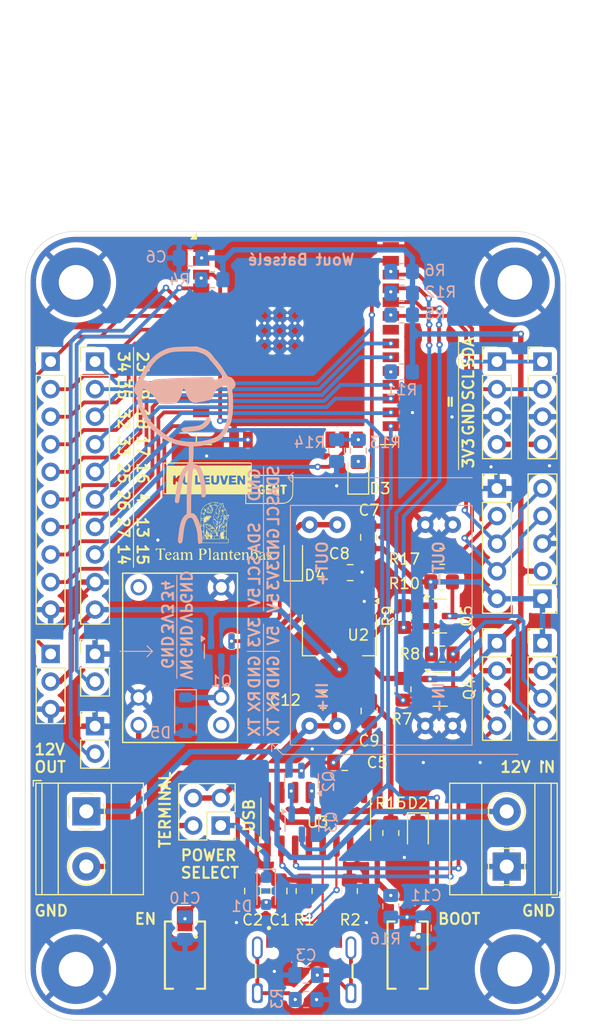
<source format=kicad_pcb>
(kicad_pcb (version 20240108) (generator "pcbnew") (generator_version "8.0")
  (title_block (title "TeamPlantenbak_PCB") (date "2025-03-08") (rev "3") (company "Wout Batselé"))
  (layers (0 "F.Cu" signal) (31 "B.Cu" signal) (34 "B.Paste" user) (35 "F.Paste" user) (36 "B.SilkS" user "B.Silkscreen") (37 "F.SilkS" user "F.Silkscreen") (38 "B.Mask" user) (39 "F.Mask" user) (44 "Edge.Cuts" user))
  (net 0 "")
  (net 1 "GND")
  (net 2 "+3V3")
  (net 3 "GPIO_EN")
  (net 4 "+5V")
  (net 5 "GPIO_0")
  (net 6 "Net-(D4-A)")
  (net 7 "Net-(D2-A)")
  (net 8 "Net-(D3-A)")
  (net 9 "Net-(J2-Pin_2)")
  (net 10 "Net-(J3-Pin_2)")
  (net 11 "TX3V3")
  (net 12 "RX3V3")
  (net 13 "SDA")
  (net 14 "SCL")
  (net 15 "GPIO_32")
  (net 16 "GPIO_33")
  (net 17 "GPIO_23")
  (net 18 "GPIO_26")
  (net 19 "GPIO_34")
  (net 20 "GPIO_25")
  (net 21 "GPIO_35")
  (net 22 "GPIO_27")
  (net 23 "Net-(J7-Pin_2)")
  (net 24 "TX5V")
  (net 25 "RX5V")
  (net 26 "GPIO_12")
  (net 27 "GPIO_14")
  (net 28 "GPIO_13")
  (net 29 "GPIO_15")
  (net 30 "GPIO_4")
  (net 31 "GPIO_5")
  (net 32 "GPIO_2")
  (net 34 "GPIO_17")
  (net 36 "GPIO_18")
  (net 38 "GPIO_19")
  (net 43 "GPIO_16")
  (net 44 "Net-(D5-K)")
  (net 46 "Net-(J11-Pin_2)")
  (net 48 "+12V")
  (net 49 "Net-(D1-A)")
  (net 50 "Net-(C3-Pad1)")
  (net 51 "+5V_USB")
  (net 52 "+5V_terminal")
  (net 54 "UD+")
  (net 55 "UD-")
  (net 56 "Net-(J1-CC1)")
  (net 57 "Net-(J1-CC2)")
  (net 59 "Net-(Q2-S)")
  (net 60 "Net-(Q2-G)")
  (footprint "434111043826:434111043826" (layer "F.Cu") (at 125.3 115 -90)
    (property "Reference" "SW2" (hide yes))
    (property "Value" "SW_Push")
  )
  (footprint "LOGO" (layer "F.Cu") (at 108.75 71.5)
    (property "Reference" "G***" (hide yes))
    (property "Value" "LOGO" (hide yes))
  )
  (footprint "Connector_PinHeader_2.54mm:PinHeader_1x03_P2.54mm_Vertical" (layer "F.Cu") (at 92.35 87.25)
    (property "Reference" "J13" (hide yes))
    (property "Value" "Conn_01x03")
  )
  (footprint "MountingHole:MountingHole_3.2mm_M3_Pad_TopBottom" (layer "F.Cu") (at 135.2 53)
    (property "Reference" "H3" (hide yes))
    (property "Value" "MountingHole_Pad")
  )
  (footprint "Connector_PinHeader_2.54mm:PinHeader_1x10_P2.54mm_Vertical" (layer "F.Cu") (at 96.45 60.3)
    (property "Reference" "J10" (hide yes))
    (property "Value" "Conn_01x10")
  )
  (footprint "Connector_PinHeader_2.54mm:PinHeader_1x04_P2.54mm_Vertical" (layer "F.Cu") (at 137.75 60.3)
    (property "Reference" "J14" (hide yes))
    (property "Value" "Conn_01x04")
  )
  (footprint "Capacitor_SMD:C_0805_2012Metric_Pad1.18x1.45mm_HandSolder" (layer "F.Cu") (at 113.4275 109.0925 90)
    (property "Reference" "C1")
    (property "Value" "10u")
  )
  (footprint "Connector_PinHeader_2.54mm:PinHeader_1x04_P2.54mm_Vertical" (layer "F.Cu") (at 137.75 86.25)
    (property "Reference" "J8" (hide yes))
    (property "Value" "Conn_01x04")
  )
  (footprint "Connector_PinHeader_2.54mm:PinHeader_2x02_P2.54mm_Vertical" (layer "F.Cu") (at 108.05 103.06 180)
    (property "Reference" "J12" (hide yes))
    (property "Value" "Conn_02x02_Counter_Clockwise")
  )
  (footprint "Resistor_SMD:R_0805_2012Metric_Pad1.20x1.40mm_HandSolder" (layer "F.Cu") (at 128.4375 80.6 180)
    (property "Reference" "R10")
    (property "Value" "10K")
  )
  (footprint "MountingHole:MountingHole_3.2mm_M3_Pad_TopBottom" (layer "F.Cu") (at 94.7 53)
    (property "Reference" "H1" (hide yes))
    (property "Value" "MountingHole_Pad")
  )
  (footprint "TerminalBlock_Phoenix:TerminalBlock_Phoenix_MKDS-1,5-2-5.08_1x02_P5.08mm_Horizontal" (layer "F.Cu") (at 134.45 106.84 90)
    (property "Reference" "J9" (hide yes))
    (property "Value" "Screw_Terminal_01x02")
  )
  (footprint "Package_SO:SOIC-16_3.9x9.9mm_P1.27mm" (layer "F.Cu") (at 116.825 102.475 90)
    (property "Reference" "U3")
    (property "Value" "CH340C")
  )
  (footprint "434111043826:434111043826" (layer "F.Cu") (at 104.75 115 -90)
    (property "Reference" "SW1" (hide yes))
    (property "Value" "SW_Push")
  )
  (footprint "MountingHole:MountingHole_3.2mm_M3_Pad_TopBottom" (layer "F.Cu") (at 94.7 116.3)
    (property "Reference" "H2" (hide yes))
    (property "Value" "MountingHole_Pad")
  )
  (footprint "Resistor_SMD:R_0805_2012Metric_Pad1.20x1.40mm_HandSolder" (layer "F.Cu") (at 123.75 103.75 90)
    (property "Reference" "R15")
    (property "Value" "1K")
  )
  (footprint "Connector_PinHeader_2.54mm:PinHeader_1x04_P2.54mm_Vertical" (layer "F.Cu") (at 133.55 60.3)
    (property "Reference" "J15" (hide yes))
    (property "Value" "Conn_01x04")
  )
  (footprint "Resistor_SMD:R_0805_2012Metric_Pad1.20x1.40mm_HandSolder" (layer "F.Cu") (at 128.5 87.25 180)
    (property "Reference" "R8")
    (property "Value" "10K")
  )
  (footprint "Connector_PinHeader_2.54mm:PinHeader_1x10_P2.54mm_Vertical" (layer "F.Cu") (at 92.35 60.3)
    (property "Reference" "J6" (hide yes))
    (property "Value" "Conn_01x10")
  )
  (footprint "Package_TO_SOT_SMD:SOT-223-3_TabPin2" (layer "F.Cu") (at 119 85.5 -90)
    (property "Reference" "U2")
    (property "Value" "AMS1117-3.3")
  )
  (footprint "LOGO" (layer "F.Cu") (at 107.5 74.5)
    (property "Reference" "G***" (hide yes))
    (property "Value" "LOGO" (hide yes))
  )
  (footprint "Resistor_SMD:R_0805_2012Metric_Pad1.20x1.40mm_HandSolder" (layer "F.Cu") (at 119.9275 109.0925 90)
    (property "Reference" "R2")
    (property "Value" "4K7")
  )
  (footprint "Connector_PinHeader_2.54mm:PinHeader_1x04_P2.54mm_Vertical" (layer "F.Cu") (at 133.55 86.25)
    (property "Reference" "J4" (hide yes))
    (property "Value" "Conn_01x04")
  )
  (footprint "Connector_PinHeader_2.54mm:PinHeader_1x02_P2.54mm_Vertical" (layer "F.Cu") (at 96.45 87.25)
    (property "Reference" "J3" (hide yes))
    (property "Value" "Conn_01x02")
  )
  (footprint "Resistor_SMD:R_0805_2012Metric_Pad1.20x1.40mm_HandSolder" (layer "F.Cu") (at 128.5 78.25 180)
    (property "Reference" "R17")
    (property "Value" "1K")
  )
  (footprint "MountingHole:MountingHole_3.2mm_M3_Pad_TopBottom" (layer "F.Cu") (at 135.2 116.3)
    (property "Reference" "H4" (hide yes))
    (property "Value" "MountingHole_Pad")
  )
  (footprint "LED_SMD:LED_0805_2012Metric_Pad1.15x1.40mm_HandSolder" (layer "F.Cu") (at 120.75 70.65 90)
    (property "Reference" "D3")
    (property "Value" "LED")
  )
  (footprint "Connector_PinHeader_2.54mm:PinHeader_1x05_P2.54mm_Vertical" (layer "F.Cu") (at 137.75 82.15 180)
    (property "Reference" "J5" (hide yes))
    (property "Value" "Conn_01x05")
  )
  (footprint "SR5-3V-200-1C:RELAY_SR5-3V-200-1C" (layer "F.Cu") (at 104.3 87.6 90)
    (property "Reference" "K1" (hide yes))
    (property "Value" "SR5-3V-200-1C")
  )
  (footprint "Capacitor_SMD:C_0805_2012Metric_Pad1.18x1.45mm_HandSolder" (layer "F.Cu") (at 121.7 76.5 -90)
    (property "Reference" "C7")
    (property "Value" "10u")
  )
  (footprint "Connector_USB:GCT_USB4105GFA120" (layer "F.Cu") (at 115.75 118.505)
    (property "Reference" "J1" (hide yes))
    (property "Value" "USB4105GFA120")
  )
  (footprint "RF_Module:ESP32-WROOM-32E" (layer "F.Cu") (at 115 55)
    (property "Reference" "U4" (hide yes))
    (property "Value" "ESP32-WROOM-32E")
  )
  (footprint "LED_SMD:LED_0805_2012Metric_Pad1.15x1.40mm_HandSolder" (layer "F.Cu") (at 126.25 103.75 -90)
    (property "Reference" "D2")
    (property "Value" "LED")
  )
  (footprint "Capacitor_SMD:C_0805_2012Metric_Pad1.18x1.45mm_HandSolder" (layer "F.Cu") (at 117.5 91.5)
    (property "Reference" "C12")
    (property "Value" "10u")
  )
  (footprint "Capacitor_SMD:C_0805_2012Metric_Pad1.18x1.45mm_HandSolder" (layer "F.Cu") (at 111 109.0925 -90)
    (property "Reference" "C2")
    (property "Value" "100n")
  )
  (footprint "Package_TO_SOT_SMD:SOT-23" (layer "F.Cu") (at 128.3125 90.5)
    (property "Reference" "Q4")
    (property "Value" "BSS138")
  )
  (footprint "Package_TO_SOT_SMD:SOT-23" (layer "F.Cu") (at 128.25 83.75)
    (property "Reference" "Q5")
    (property "Value" "BSS138")
  )
  (footprint "Resistor_SMD:R_0805_2012Metric_Pad1.20x1.40mm_HandSolder" (layer "F.Cu") (at 115.75 109.0925 -90)
    (property "Reference" "R1")
    (property "Value" "4K7")
  )
  (footprint "TerminalBlock_Phoenix:TerminalBlock_Phoenix_MKDS-1,5-2-5.08_1x02_P5.08mm_Horizontal" (layer "F.Cu") (at 95.65 101.75 -90)
    (property "Reference" "J11" (hide yes))
    (property "Value" "Screw_Terminal_01x02")
  )
  (footprint "Capacitor_SMD:C_0805_2012Metric_Pad1.18x1.45mm_HandSolder" (layer "F.Cu") (at 121.75 92.5 -90)
    (property "Reference" "C9")
    (property "Value" "10u")
  )
  (footprint "Connector_PinHeader_2.54mm:PinHeader_1x05_P2.54mm_Vertical" (layer "F.Cu") (at 133.55 72)
    (property "Reference" "J7" (hide yes))
    (property "Value" "Conn_01x05")
  )
  (footprint "Capacitor_SMD:C_0805_2012Metric_Pad1.18x1.45mm_HandSolder" (layer "F.Cu") (at 119.5 97.25)
    (property "Reference" "C5")
    (property "Value" "1u")
  )
  (footprint "Diode_SMD:D_SOD-323_HandSoldering" (layer "F.Cu") (at 114.75 78.5 90)
    (property "Reference" "D4")
    (property "Value" "D_Schottky")
  )
  (footprint "Watersysteem_Footprints_Library:MP1584_Module" (layer "F.Cu") (at 122.868 84.601 90)
    (property "Reference" "U1" (hide yes))
    (property "Value" "MP1584_Module")
  )
  (footprint "Connector_PinHeader_2.54mm:PinHeader_1x02_P2.54mm_Vertical" (layer "F.Cu") (at 96.45 93.9)
    (property "Reference" "J2" (hide yes))
    (property "Value" "Conn_01x02")
  )
  (footprint "Resistor_SMD:R_0805_2012Metric_Pad1.20x1.40mm_HandSolder" (layer "F.Cu") (at 124.875 90.5 90)
    (property "Reference" "R7")
    (property "Value" "10K")
  )
  (footprint "Capacitor_SMD:C_0805_2012Metric_Pad1.18x1.45mm_HandSolder" (layer "F.Cu") (at 120 79.75 180)
    (property "Reference" "C8")
    (property "Value" "10u")
  )
  (footprint "Resistor_SMD:R_0805_2012Metric_Pad1.20x1.40mm_HandSolder" (layer "F.Cu") (at 124.9375 83.8 90)
    (property "Reference" "R9")
    (property "Value" "10K")
  )
  (footprint "Resistor_SMD:R_0805_2012Metric_Pad1.20x1.40mm_HandSolder" (layer "B.Cu") (at 124.75 56)
    (property "Reference" "R5")
    (property "Value" "4K7")
  )
  (footprint "Resistor_SMD:R_0805_2012Metric_Pad1.20x1.40mm_HandSolder" (layer "B.Cu") (at 124.75 52 180)
    (property "Reference" "R6")
    (property "Value" "4K7")
  )
  (footprint "Capacitor_SMD:C_0805_2012Metric_Pad1.18x1.45mm_HandSolder" (layer "B.Cu") (at 115.9275 116.8425 180)
    (property "Reference" "C3")
    (property "Value" "100n")
  )
  (footprint "Resistor_SMD:R_0805_2012Metric_Pad1.20x1.40mm_HandSolder" (layer "B.Cu") (at 118.75 68.5 90)
    (property "Reference" "R14")
    (property "Value" "10K")
  )
  (footprint "Package_TO_SOT_SMD:SOT-23" (layer "B.Cu") (at 115.55 102.9375 -90)
    (property "Reference" "Q3")
    (property "Value" "BSS138")
  )
  (footprint "Diode_SMD:D_SOD-123" (layer "B.Cu") (at 104.8 92.9 -90)
    (property "Reference" "D5")
    (property "Value" "1N4148W")
  )
  (footprint "Resistor_SMD:R_0805_2012Metric_Pad1.20x1.40mm_HandSolder" (layer "B.Cu") (at 120.75 68.5 90)
    (property "Reference" "R13")
    (property "Value" "1K")
  )
  (footprint "Capacitor_SMD:C_0805_2012Metric_Pad1.18x1.45mm_HandSolder" (layer "B.Cu") (at 126.75 112.5 -90)
    (property "Reference" "C11")
    (property "Value" "100n")
  )
  (footprint "Package_TO_SOT_SMD:SOT-23" (layer "B.Cu") (at 108.1 87 -90)
    (property "Reference" "Q1")
    (property "Value" "BSS138")
  )
  (footprint "Resistor_SMD:R_0805_2012Metric_Pad1.20x1.40mm_HandSolder" (layer "B.Cu") (at 124.75 61.25)
    (property "Reference" "R11")
    (property "Value" "10K")
  )
  (footprint "Resistor_SMD:R_0805_2012Metric_Pad1.20x1.40mm_HandSolder" (layer "B.Cu") (at 107.25 52.75)
    (property "Reference" "R4")
    (property "Value" "10K")
  )
  (footprint "Capacitor_SMD:C_0805_2012Metric_Pad1.18x1.45mm_HandSolder" (layer "B.Cu") (at 104.75 112.5 -90)
    (property "Reference" "C10")
    (property "Value" "100n")
  )
  (footprint "Capacitor_SMD:C_0805_2012Metric_Pad1.18x1.45mm_HandSolder" (layer "B.Cu") (at 105.25 50.75)
    (property "Reference" "C6")
    (property "Value" "100u")
  )
  (footprint "Resistor_SMD:R_0805_2012Metric_Pad1.20x1.40mm_HandSolder" (layer "B.Cu") (at 115.9275 119.0925)
    (property "Reference" "R3")
    (property "Value" "1M")
  )
  (footprint "Resistor_SMD:R_0805_2012Metric_Pad1.20x1.40mm_HandSolder" (layer "B.Cu") (at 124.75 54)
    (property "Reference" "R12")
    (property "Value" "10K")
  )
  (footprint "Package_TO_SOT_SMD:SOT-23" (layer "B.Cu") (at 115.5 98.9375 90)
    (property "Reference" "Q2")
    (property "Value" "BSS138")
  )
  (footprint "Resistor_SMD:R_0805_2012Metric_Pad1.20x1.40mm_HandSolder" (layer "B.Cu") (at 123.75 110.5 90)
    (property "Reference" "R16")
    (property "Value" "10K")
  )
  (footprint "LOGO" (layer "B.Cu") (at 105.04641 68.257981 180)
    (property "Reference" "G***" (hide yes))
    (property "Value" "LOGO" (hide yes))
  )
  (footprint "Diode_SMD:D_SOD-323_HandSoldering" (layer "B.Cu") (at 112.25 109.0925 -90)
    (property "Reference" "D1")
    (property "Value" "D_Schottky")
  )
  (gr_line (start 114.25 71) (end 114.75 70.5) (stroke (width 0.1)) (layer "B.SilkS"))
  (gr_line (start 135.5 96.5) (end 113.75 96.5) (stroke (width 0.1)) (layer "B.SilkS"))
  (gr_line (start 113.75 96.5) (end 112.75 95.5) (stroke (width 0.1)) (layer "B.SilkS"))
  (gr_line (start 112 84.5) (end 112 94.75) (stroke (width 0.1)) (layer "B.SilkS"))
  (gr_line (start 101.75 87) (end 101.25 86.5) (stroke (width 0.1)) (layer "B.SilkS"))
  (gr_line (start 114.25 71) (end 114.75 71.5) (stroke (width 0.1)) (layer "B.SilkS"))
  (gr_line (start 101.75 87) (end 101.25 87.5) (stroke (width 0.1)) (layer "B.SilkS"))
  (gr_line (start 113.5 87) (end 110.5 87) (stroke (width 0.1)) (layer "B.SilkS"))
  (gr_line (start 101.25 86.5) (end 101.75 87) (stroke (width 0.1)) (layer "B.SilkS"))
  (gr_line (start 112.75 95.5) (end 112.75 96.25) (stroke (width 0.1)) (layer "B.SilkS"))
  (gr_line (start 112 70) (end 112 83.25) (stroke (width 0.1)) (layer "B.SilkS"))
  (gr_line (start 131.25 71) (end 114.25 71) (stroke (width 0.1)) (layer "B.SilkS"))
  (gr_line (start 112.75 95.5) (end 113.5 95.5) (stroke (width 0.1)) (layer "B.SilkS"))
  (gr_line (start 98.75 87) (end 101.75 87) (stroke (width 0.1)) (layer "B.SilkS"))
  (gr_line (start 104 80) (end 104 89.5) (stroke (width 0.1)) (layer "B.SilkS"))
  (gr_line (start 100 59) (end 100 79.25) (stroke (width 0.1)) (layer "F.SilkS"))
  (gr_line (start 130 58) (end 130 70.25) (stroke (width 0.1)) (layer "F.SilkS"))
  (gr_line (start 139.9 53) (end 139.9 116.3) (stroke (width 0.05)) (layer "Edge.Cuts"))
  (gr_line (start 94.7 48.3) (end 135.2 48.3) (stroke (width 0.05)) (layer "Edge.Cuts"))
  (gr_line (start 90 53) (end 90 116.3) (stroke (width 0.05)) (layer "Edge.Cuts"))
  (gr_arc (start 94.7 121) (mid 91.376598 119.623402) (end 90 116.3) (stroke (width 0.05)) (layer "Edge.Cuts"))
  (gr_arc (start 90 53) (mid 91.34654 49.64654) (end 94.7 48.3) (stroke (width 0.05)) (layer "Edge.Cuts"))
  (gr_line (start 94.7 121) (end 135.2 121) (stroke (width 0.05)) (layer "Edge.Cuts"))
  (gr_arc (start 139.9 116.3) (mid 138.523402 119.623402) (end 135.2 121) (stroke (width 0.05)) (layer "Edge.Cuts"))
  (gr_arc (start 135.2 48.3) (mid 138.523402 49.676598) (end 139.9 53) (stroke (width 0.05)) (layer "Edge.Cuts"))
  (gr_text "3V3" (at 113.5 78.5 90) (layer "B.SilkS") (effects (font (size 1 1) (thickness 0.2) (bold yes)) (justify left bottom mirror)))
  (gr_text "SCL" (at 113.5 72.5 90) (layer "B.SilkS") (effects (font (size 1 1) (thickness 0.2) (bold yes)) (justify left bottom mirror)))
  (gr_text "GND" (at 104.25 87.75 -90) (layer "B.SilkS") (effects (font (size 1 1) (thickness 0.2) (bold yes)) (justify left bottom mirror)))
  (gr_text "OUT+" (at 118 76.75 90) (layer "B.SilkS") (effects (font (size 1 1) (thickness 0.2) (bold yes)) (justify left bottom mirror)))
  (gr_text "GND" (at 102.5 88.75 -90) (layer "B.SilkS") (effects (font (size 1 1) (thickness 0.2) (bold yes)) (justify left bottom mirror)))
  (gr_text "TX" (at 113.5 93 90) (layer "B.SilkS") (effects (font (size 1 1) (thickness 0.2) (bold yes)) (justify left bottom mirror)))
  (gr_text "5V" (at 111.75 81 90) (layer "B.SilkS") (effects (font (size 1 1) (thickness 0.2) (bold yes)) (justify left bottom mirror)))
  (gr_text "IN+" (at 118 89.75 90) (layer "B.SilkS") (effects (font (size 1 1) (thickness 0.2) (bold yes)) (justify left bottom mirror)))
  (gr_text "GND" (at 111.75 70 90) (layer "B.SilkS") (effects (font (size 1 1) (thickness 0.2) (bold yes)) (justify left bottom mirror)))
  (gr_text "RX" (at 111.75 90.5 90) (layer "B.SilkS") (effects (font (size 1 1) (thickness 0.2) (bold yes)) (justify left bottom mirror)))
  (gr_text "5V" (at 113.5 84.5 90) (layer "B.SilkS") (effects (font (size 1 1) (thickness 0.2) (bold yes)) (justify left bottom mirror)))
  (gr_text "5V" (at 113.5 81.5 90) (layer "B.SilkS") (effects (font (size 1 1) (thickness 0.2) (bold yes)) (justify left bottom mirror)))
  (gr_text "IN-" (at 128.75 89.75 90) (layer "B.SilkS") (effects (font (size 1 1) (thickness 0.2) (bold yes)) (justify left bottom mirror)))
  (gr_text "3V3" (at 102.5 85.5 -90) (layer "B.SilkS") (effects (font (size 1 1) (thickness 0.2) (bold yes)) (justify left bottom mirror)))
  (gr_text "OUT-" (at 128.75 76.75 90) (layer "B.SilkS") (effects (font (size 1 1) (thickness 0.2) (bold yes)) (justify left bottom mirror)))
  (gr_text "GND" (at 111.75 87.25 90) (layer "B.SilkS") (effects (font (size 1 1) (thickness 0.2) (bold yes)) (justify left bottom mirror)))
  (gr_text "SCL" (at 111.75 78 90) (layer "B.SilkS") (effects (font (size 1 1) (thickness 0.2) (bold yes)) (justify left bottom mirror)))
  (gr_text "34" (at 102.5 82.5 -90) (layer "B.SilkS") (effects (font (size 1 1) (thickness 0.2) (bold yes)) (justify left bottom mirror)))
  (gr_text "Wout Batselé" (at 120.5 51.5 0) (layer "B.SilkS") (effects (font (size 1 1) (thickness 0.2) (bold yes)) (justify left bottom mirror)))
  (gr_text "RX" (at 113.5 90.5 90) (layer "B.SilkS") (effects (font (size 1 1) (thickness 0.2) (bold yes)) (justify left bottom mirror)))
  (gr_text "SDA" (at 113.5 69.75 90) (layer "B.SilkS") (effects (font (size 1 1) (thickness 0.2) (bold yes)) (justify left bottom mirror)))
  (gr_text "SDA" (at 111.75 75 90) (layer "B.SilkS") (effects (font (size 1 1) (thickness 0.2) (bold yes)) (justify left bottom mirror)))
  (gr_text "GND" (at 113.5 87.25 90) (layer "B.SilkS") (effects (font (size 1 1) (thickness 0.2) (bold yes)) (justify left bottom mirror)))
  (gr_text "GND" (at 104.25 82.75 -90) (layer "B.SilkS") (effects (font (size 1 1) (thickness 0.2) (bold yes)) (justify left bottom mirror)))
  (gr_text "3V3" (at 111.75 83.75 90) (layer "B.SilkS") (effects (font (size 1 1) (thickness 0.2) (bold yes)) (justify left bottom mirror)))
  (gr_text "TX" (at 111.75 93 90) (layer "B.SilkS") (effects (font (size 1 1) (thickness 0.2) (bold yes)) (justify left bottom mirror)))
  (gr_text "VP" (at 104.25 84.5 270) (layer "B.SilkS") (effects (font (size 1 1) (thickness 0.2) (bold yes)) (justify left bottom mirror)))
  (gr_text "GND" (at 113.5 75.5 90) (layer "B.SilkS") (effects (font (size 1 1) (thickness 0.2) (bold yes)) (justify left bottom mirror)))
  (gr_text "VN" (at 104.25 89.75 -90) (layer "B.SilkS") (effects (font (size 1 1) (thickness 0.2) (bold yes)) (justify left bottom mirror)))
  (gr_text "GND" (at 90.75 111.5 0) (layer "F.SilkS") (effects (font (size 1 1) (thickness 0.2) (bold yes)) (justify left bottom)))
  (gr_text "POWER\nSELECT" (at 104.25 108 0) (layer "F.SilkS") (effects (font (size 1 1) (thickness 0.2) (bold yes)) (justify left bottom)))
  (gr_text "12V IN" (at 133.75 98.25 0) (layer "F.SilkS") (effects (font (size 1 1) (thickness 0.2) (bold yes)) (justify left bottom)))
  (gr_text "12V\nOUT" (at 90.75 98.25 0) (layer "F.SilkS") (effects (font (size 1 1) (thickness 0.2) (bold yes)) (justify left bottom)))
  (gr_text "4" (at 100.25 73.5 270) (layer "F.SilkS") (effects (font (size 1 1) (thickness 0.2) (bold yes)) (justify right bottom)))
  (gr_text "18" (at 100.25 64.5 270) (layer "F.SilkS") (effects (font (size 1 1) (thickness 0.2) (bold yes)) (justify left bottom)))
  (gr_text "35" (at 98.5 61.75 -90) (layer "F.SilkS") (effects (font (size 1 1) (thickness 0.2) (bold yes)) (justify left bottom)))
  (gr_text "GND" (at 135.75 111.5 0) (layer "F.SilkS") (effects (font (size 1 1) (thickness 0.2) (bold yes)) (justify left bottom)))
  (gr_text "16" (at 100.25 69.5 270) (layer "F.SilkS") (effects (font (size 1 1) (thickness 0.2) (bold yes)) (justify left bottom)))
  (gr_text "USB" (at 111.25 103.75 90) (layer "F.SilkS") (effects (font (size 1 1) (thickness 0.2) (bold yes)) (justify left bottom)))
  (gr_text "19" (at 100.25 61.75 270) (layer "F.SilkS") (effects (font (size 1 1) (thickness 0.2) (bold yes)) (justify left bottom)))
  (gr_text "26" (at 98.5 72 270) (layer "F.SilkS") (effects (font (size 1 1) (thickness 0.2) (bold yes)) (justify left bottom)))
  (gr_text "TERMINAL" (at 103.5 105.25 90) (layer "F.SilkS") (effects (font (size 1 1) (thickness 0.2) (bold yes)) (justify left bottom)))
  (gr_text "SCL" (at 131.5 64 90) (layer "F.SilkS") (effects (font (size 1 1) (thickness 0.2) (bold yes)) (justify left bottom)))
  (gr_text "13" (at 100.25 74.5 270) (layer "F.SilkS") (effects (font (size 1 1) (thickness 0.2) (bold yes)) (justify left bottom)))
  (gr_text "EN" (at 100 112.25 0) (layer "F.SilkS") (effects (font (size 1 1) (thickness 0.2) (bold yes)) (justify left bottom)))
  (gr_text "=" (at 129.75 64.75 90) (layer "F.SilkS") (effects (font (size 1 1) (thickness 0.2) (bold yes)) (justify left bottom)))
  (gr_text "GND" (at 131.5 67.25 90) (layer "F.SilkS") (effects (font (size 1 1) (thickness 0.2) (bold yes)) (justify left bottom)))
  (gr_text "15" (at 100.25 77 270) (layer "F.SilkS") (effects (font (size 1 1) (thickness 0.2) (bold yes)) (justify left bottom)))
  (gr_text "BOOT" (at 128 112.25 0) (layer "F.SilkS") (effects (font (size 1 1) (thickness 0.2) (bold yes)) (justify left bottom)))
  (gr_text "17\n" (at 100.25 67 270) (layer "F.SilkS") (effects (font (size 1 1) (thickness 0.2) (bold yes)) (justify left bottom)))
  (gr_text "25" (at 98.5 69.5 270) (layer "F.SilkS") (effects (font (size 1 1) (thickness 0.2) (bold yes)) (justify left bottom)))
  (gr_text "27" (at 98.5 74.5 270) (layer "F.SilkS") (effects (font (size 1 1) (thickness 0.2) (bold yes)) (justify left bottom)))
  (gr_text "33" (at 98.5 67 270) (layer "F.SilkS") (effects (font (size 1 1) (thickness 0.2) (bold yes)) (justify left bottom)))
  (gr_text "3V3" (at 131.5 70.25 90) (layer "F.SilkS") (effects (font (size 1 1) (thickness 0.2) (bold yes)) (justify left bottom)))
  (gr_text "34" (at 98.5 59.25 -90) (layer "F.SilkS") (effects (font (size 1 1) (thickness 0.2) (bold yes)) (justify left bottom)))
  (gr_text "23\n" (at 100.25 59.25 270) (layer "F.SilkS") (effects (font (size 1 1) (thickness 0.2) (bold yes)) (justify left bottom)))
  (gr_text "32" (at 98.5 64.5 270) (layer "F.SilkS") (effects (font (size 1 1) (thickness 0.2) (bold yes)) (justify left bottom)))
  (gr_text "14" (at 98.5 77 270) (layer "F.SilkS") (effects (font (size 1 1) (thickness 0.2) (bold yes)) (justify left bottom)))
  (gr_text "SDA" (at 131.5 61 90) (layer "F.SilkS") (effects (font (size 1 1) (thickness 0.2) (bold yes)) (justify left bottom)))
  (segment (start 136.05 89.24) (end 135.95 89.24) (width 0.35) (layer "F.Cu") (net 1))
  (segment (start 136.05 88.84) (end 136.05 89.25) (width 0.35) (layer "F.Cu") (net 1))
  (segment (start 136.05 89.25) (end 136.05 95.55) (width 0.35) (layer "F.Cu") (net 1))
  (segment (start 111 108.055) (end 113.4275 108.055) (width 0.35) (layer "F.Cu") (net 1))
  (segment (start 112.38 107.0075) (end 113.4275 108.055) (width 0.35) (layer "F.Cu") (net 1))
  (segment (start 121.0375 79.75) (end 121.05 79.75) (width 0.35) (layer "F.Cu") (net 1))
  (segment (start 96.45 80.62) (end 98.38 80.62) (width 0.35) (layer "F.Cu") (net 1))
  (segment (start 136.5 88.79) (end 137.75 88.79) (width 0.35) (layer "F.Cu") (net 1))
  (segment (start 112.38 104.95) (end 112.38 107.0075) (width 0.35) (layer "F.Cu") (net 1))
  (segment (start 118.75 71.75) (end 120.675 71.75) (width 0.35) (layer "F.Cu") (net 1))
  (segment (start 98.38 80.62) (end 102.25 76.75) (width 0.35) (layer "F.Cu") (net 1))
  (segment (start 121.05 79.75) (end 121.1 79.7) (width 0.35) (layer "F.Cu") (net 1))
  (segment (start 136 88.79) (end 136.5 88.79) (width 0.35) (layer "F.Cu") (net 1))
  (segment (start 136 88.79) (end 136.05 88.84) (width 0.35) (layer "F.Cu") (net 1))
  (segment (start 136.05 89.25) (end 136.05 89.24) (width 0.35) (layer "F.Cu") (net 1))
  (segment (start 118.95 112.8) (end 119.75 112) (width 0.35) (layer "F.Cu") (net 1))
  (segment (start 133.55 88.79) (end 135.5 88.79) (width 0.35) (layer "F.Cu") (net 1))
  (segment (start 92.35 83.16) (end 93.91 83.16) (width 0.35) (layer "F.Cu") (net 1))
  (segment (start 112.55 113.75) (end 112.55 112.8) (width 0.35) (layer "F.Cu") (net 1))
  (segment (start 126.25 102.725) (end 126.25 97.75) (width 0.35) (layer "F.Cu") (net 1))
  (segment (start 112.55 112.8) (end 111.75 112) (width 0.35) (layer "F.Cu") (net 1))
  (segment (start 111.75 112) (end 109.5 112) (width 0.35) (layer "F.Cu") (net 1))
  (segment (start 115.75 108.0925) (end 113.465 108.0925) (width 0.35) (layer "F.Cu") (net 1))
  (segment (start 118.95 113.75) (end 118.95 112.8) (width 0.35) (layer "F.Cu") (net 1))
  (segment (start 120.675 71.75) (end 120.75 71.675) (width 0.35) (layer "F.Cu") (net 1))
  (segment (start 126.25 97.75) (end 126.75 97.25) (width 0.35) (layer "F.Cu") (net 1))
  (segment (start 113.465 108.0925) (end 113.4275 108.055) (width 0.35) (layer "F.Cu") (net 1))
  (segment (start 121.3 82.35) (end 121.3 82.4) (width 0.35) (layer "F.Cu") (net 1))
  (segment (start 135.5 88.79) (end 136 88.79) (width 0.35) (layer "F.Cu") (net 1))
  (segment (start 136.05 89.24) (end 136.5 88.79) (width 0.35) (layer "F.Cu") (net 1))
  (segment (start 119.75 112) (end 121.5 112) (width 0.35) (layer "F.Cu") (net 1))
  (segment (start 93.91 83.16) (end 96.45 80.62) (width 0.35) (layer "F.Cu") (net 1))
  (segment (start 135.95 89.24) (end 135.5 88.79) (width 0.35) (layer "F.Cu") (net 1))
  (segment (start 136.05 95.55) (end 137.75 97.25) (width 0.35) (layer "F.Cu") (net 1))
  (via (at 133 70) (size 0.6) (drill 0.3) (layers "F.Cu" "B.Cu") (net 1))
  (via (at 121.5 112) (size 0.6) (drill 0.3) (layers "F.Cu" "B.Cu") (net 1))
  (via (at 125 106) (size 0.6) (drill 0.3) (layers "F.Cu" "B.Cu") (net 1))
  (via (at 106.75 69) (size 0.6) (drill 0.3) (layers "F.Cu" "B.Cu") (net 1))
  (via (at 118.75 71.75) (size 0.6) (drill 0.3) (layers "F.Cu" "B.Cu") (net 1))
  (via (at 113 116.5) (size 0.6) (drill 0.3) (layers "F.Cu" "B.Cu") (net 1))
  (via (at 116.5 96) (size 0.6) (drill 0.3) (layers "F.Cu" "B.Cu") (net 1))
  (via (at 116.9 119.1) (size 0.6) (drill 0.3) (layers "F.Cu" "B.Cu") (net 1))
  (via (at 129.4 65.4) (size 0.6) (drill 0.3) (layers "F.Cu" "B.Cu") (net 1))
  (via (at 109.5 112) (size 0.6) (drill 0.3) (layers "F.Cu" "B.Cu") (net 1))
  (via (at 102.25 76.75) (size 0.6) (drill 0.3) (layers "F.Cu" "B.Cu") (net 1))
  (via (at 121.1 79.7) (size 0.6) (drill 0.3) (layers "F.Cu" "B.Cu") (net 1))
  (via (at 121.3 82.4) (size 0.6) (drill 0.3) (layers "F.Cu" "B.Cu") (net 1))
  (via (at 132 97.25) (size 0.6) (drill 0.3) (layers "F.Cu" "B.Cu") (net 1))
  (via (at 137.75 97.25) (size 0.6) (drill 0.3) (layers "F.Cu" "B.Cu") (net 1))
  (via (at 126.75 97.25) (size 0.6) (drill 0.3) (layers "F.Cu" "B.Cu") (net 1))
  (via (at 125.75 65) (size 0.6) (drill 0.3) (layers "F.Cu" "B.Cu") (net 1))
  (via (at 138.4 69.9) (size 0.6) (drill 0.3) (layers "F.Cu" "B.Cu") (net 1))
  (segment (start 129.42 65.38) (end 129.4 65.4) (width 0.35) (layer "B.Cu") (net 1))
  (segment (start 118.75 69.5) (end 118.75 71.75) (width 0.35) (layer "B.Cu") (net 1))
  (segment (start 116.9275 119.0925) (end 116.9075 119.0925) (width 0.35) (layer "B.Cu") (net 1))
  (segment (start 137.75 77.07) (end 139.225 75.595) (width 0.35) (layer "B.Cu") (net 1))
  (segment (start 116.9075 119.0925) (end 116.9 119.1) (width 0.35) (layer "B.Cu") (net 1))
  (segment (start 137.75 65.38) (end 133.55 65.38) (width 0.35) (layer "B.Cu") (net 1))
  (segment (start 133.55 65.38) (end 129.42 65.38) (width 0.35) (layer "B.Cu") (net 1))
  (segment (start 139.225 70.725) (end 138.4 69.9) (width 0.35) (layer "B.Cu") (net 1))
  (segment (start 139.225 75.595) (end 139.225 74.9) (width 0.35) (layer "B.Cu") (net 1))
  (segment (start 139.225 74.9) (end 139.225 70.725) (width 0.35) (layer "B.Cu") (net 1))
  (segment (start 135.75 67.92) (end 135.75 67.5) (width 0.5) (layer "F.Cu") (net 2))
  (segment (start 122 102.75) (end 121.75 102.75) (width 0.5) (layer "F.Cu") (net 2))
  (segment (start 127.3125 82.8) (end 124.9375 82.8) (width 0.5) (layer "F.Cu") (net 2))
  (segment (start 119 82.35) (end 119 79.7875) (width 0.5) (layer "F.Cu") (net 2))
  (segment (start 116.19 103.25) (end 116.19 103.19) (width 0.5) (layer "F.Cu") (net 2))
  (segment (start 121.75 102.75) (end 117.415001 102.75) (width 0.5) (layer "F.Cu") (net 2))
  (segment (start 93.21 89.79) (end 92.35 89.79) (width 0.5) (layer "F.Cu") (net 2))
  (segment (start 122.5 103.25) (end 122 102.75) (width 0.5) (layer "F.Cu") (net 2))
  (segment (start 122.5 102.75) (end 122.5 103.25) (width 0.5) (layer "F.Cu") (net 2))
  (segment (start 136.11 79.61) (end 135.75 79.25) (width 0.5) (layer "F.Cu") (net 2))
  (segment (start 133.55 67.92) (end 135.25 67.92) (width 0.5) (layer "F.Cu") (net 2))
  (segment (start 135.33 67.92) (end 135.75 67.5) (width 0.5) (layer "F.Cu") (net 2))
  (segment (start 116.19 102.81) (end 116.25 102.75) (width 0.5) (layer "F.Cu") (net 2))
  (segment (start 135.25 67.92) (end 135.75 67.92) (width 0.5) (layer "F.Cu") (net 2))
  (segment (start 116.19 103.19) (end 115.75 102.75) (width 0.5) (layer "F.Cu") (net 2))
  (segment (start 94.25 85.36) (end 94.25 88.75) (width 0.5) (layer "F.Cu") (net 2))
  (segment (start 123 89.5) (end 122.15 88.65) (width 0.5) (layer "F.Cu") (net 2))
  (segment (start 135.75 68.42) (end 135.25 67.92) (width 0.5) (layer "F.Cu") (net 2))
  (segment (start 123.75 93.4625) (end 123.75 102.75) (width 0.5) (layer "F.Cu") (net 2))
  (segment (start 135.75 68.5) (end 135.75 68.42) (width 0.5) (layer "F.Cu") (net 2))
  (segment (start 122.15 88.65) (end 119 88.65) (width 0.5) (layer "F.Cu") (net 2))
  (segment (start 123.75 102.75) (end 122.5 102.75) (width 0.5) (layer "F.Cu") (net 2))
  (segment (start 121.75 91.4625) (end 121.75 91.4) (width 0.5) (layer "F.Cu") (net 2))
  (segment (start 135.75 80) (end 135.75 84.05) (width 0.5) (layer "F.Cu") (net 2))
  (segment (start 135.25 67.92) (end 135.33 67.92) (width 0.5) (layer "F.Cu") (net 2))
  (segment (start 135.75 60.75) (end 135.75 58.5) (width 0.5) (layer "F.Cu") (net 2))
  (segment (start 124.9375 82.8) (end 124.85 82.8) (width 0.5) (layer "F.Cu") (net 2))
  (segment (start 123 102.75) (end 123.75 102.75) (width 0.5) (layer "F.Cu") (net 2))
  (segment (start 136.25 67.92) (end 136.17 67.92) (width 0.5) (layer "F.Cu") (net 2))
  (segment (start 116.25 103.25) (end 116.75 102.75) (width 0.5) (layer "F.Cu") (net 2))
  (segment (start 136.25 67.92) (end 137.75 67.92) (width 0.5) (layer "F.Cu") (net 2))
  (segment (start 135.75 68.5) (end 135.75 79.25) (width 0.5) (layer "F.Cu") (net 2))
  (segment (start 136.17 67.92) (end 135.75 67.5) (width 0.5) (layer "F.Cu") (net 2))
  (segment (start 106.25 51.01) (end 106.25 50.7875) (width 0.35) (layer "F.Cu") (net 2))
  (segment (start 119 82.35) (end 119 88.65) (width 0.5) (layer "F.Cu") (net 2))
  (segment (start 114.155001 102.75) (end 115.75 102.75) (width 0.5) (layer "F.Cu") (net 2))
  (segment (start 112.38 100) (end 112.38 100.974999) (width 0.5) (layer "F.Cu") (net 2))
  (segment (start 96.45 83.16) (end 94.25 85.36) (width 0.5) (layer "F.Cu") (net 2))
  (segment (start 115.75 102.75) (end 116.25 102.75) (width 0.5) (layer "F.Cu") (net 2))
  (segment (start 135.75 58.5) (end 135.75 57.75) (width 0.5) (layer "F.Cu") (net 2))
  (segment (start 124.875 89.5) (end 123 89.5) (width 0.5) (layer "F.Cu") (net 2))
  (segment (start 135.75 84.05) (end 133.55 86.25) (width 0.5) (layer "F.Cu") (net 2))
  (segment (start 136.11 79.61) (end 136.11 79.64) (width 0.5) (layer "F.Cu") (net 2))
  (segment (start 135.75 79.25) (end 135.75 80) (width 0.5) (layer "F.Cu") (net 2))
  (segment (start 116.19 103.25) (end 116.25 103.25) (width 0.5) (layer "F.Cu") (net 2))
  (segment (start 135.75 67.92) (end 135.75 68.5) (width 0.5) (layer "F.Cu") (net 2))
  (segment (start 136.11 79.64) (end 135.75 80) (width 0.5) (layer "F.Cu") (net 2))
  (segment (start 121.75 91.4625) (end 123.75 93.4625) (width 0.5) (layer "F.Cu") (net 2))
  (segment (start 124.85 82.8) (end 119 88.65) (width 0.5) (layer "F.Cu") (net 2))
  (segment (start 122.5 103.25) (end 122.5 108.25) (width 0.5) (layer "F.Cu") (net 2))
  (segment (start 116.19 104.95) (end 116.19 103.25) (width 0.5) (layer "F.Cu") (net 2))
  (segment (start 119 79.7875) (end 118.9625 79.75) (width 0.5) (layer "F.Cu") (net 2))
  (segment (start 137.75 79.61) (end 136.11 79.61) (width 0.5) (layer "F.Cu") (net 2))
  (segment (start 135.75 67.5) (end 135.75 60.75) (width 0.5) (layer "F.Cu") (net 2))
  (segment (start 127.375 89.55) (end 124.925 89.55) (width 0.5) (layer "F.Cu") (net 2))
  (segment (start 135.75 67.92) (end 136.25 67.92) (width 0.5) (layer "F.Cu") (net 2))
  (segment (start 135.75 68.42) (end 136.25 67.92) (width 0.5) (layer "F.Cu") (net 2))
  (segment (start 121.75 91.4) (end 119 88.65) (width 0.5) (layer "F.Cu") (net 2))
  (segment (start 116.25 102.75) (end 116.75 102.75) (width 0.5) (layer "F.Cu") (net 2))
  (segment (start 122.5 103.25) (end 123 102.75) (width 0.5) (layer "F.Cu") (net 2))
  (segment (start 106.25 50.7875) (end 106.2875 50.75) (width 0.35) (layer "F.Cu") (net 2))
  (segment (start 116.19 103.25) (end 116.19 102.81) (width 0.5) (layer "F.Cu") (net 2))
  (segment (start 122.5 108.25) (end 123.75 109.5) (width 0.5) (layer "F.Cu") (net 2))
  (segment (start 112.38 100.974999) (end 114.155001 102.75) (width 0.5) (layer "F.Cu") (net 2))
  (segment (start 116.75 102.75) (end 117.415001 102.75) (width 0.5) (layer "F.Cu") (net 2))
  (segment (start 94.25 88.75) (end 93.21 89.79) (width 0.5) (layer "F.Cu") (net 2))
  (segment (start 124.925 89.55) (end 124.875 89.5) (width 0.5) (layer "F.Cu") (net 2))
  (segment (start 122.5 102.75) (end 121.75 102.75) (width 0.5) (layer "F.Cu") (net 2))
  (via (at 123.75 109.5) (size 0.6) (drill 0.3) (layers "F.Cu" "B.Cu") (net 2))
  (via (at 135.75 57.75) (size 0.6) (drill 0.3) (layers "F.Cu" "B.Cu") (net 2))
  (via (at 127.375 89.55) (size 0.6) (drill 0.3) (layers "F.Cu" "B.Cu") (net 2))
  (via (at 106.2875 50.75) (size 0.6) (drill 0.3) (layers "F.Cu" "B.Cu") (net 2))
  (via (at 119 88.65) (size 0.6) (drill 0.3) (layers "F.Cu" "B.Cu") (net 2))
  (segment (start 107.2 83.16) (end 106.6 83.16) (width 0.5) (layer "B.Cu") (net 2))
  (segment (start 107.15 83.21) (end 107.2 83.16) (width 0.5) (layer "B.Cu") (net 2))
  (segment (start 135.75 57.75) (end 126.25 57.75) (width 0.5) (layer "B.Cu") (net 2))
  (segment (start 107.15 83.7) (end 107.15 83.21) (width 0.5) (layer "B.Cu") (net 2))
  (segment (start 109.25 50) (end 108.5 50.75) (width 0.5) (layer "B.Cu") (net 2))
  (segment (start 125 50) (end 109.25 50) (width 0.5) (layer "B.Cu") (net 2))
  (segment (start 108.5 50.75) (end 108.25 51) (width 0.5) (layer "B.Cu") (net 2))
  (segment (start 125.75 57.5) (end 125.75 57.25) (width 0.5) (layer "B.Cu") (net 2))
  (segment (start 107.15 86.0625) (end 107.15 83.7) (width 0.5) (layer "B.Cu") (net 2))
  (segment (start 107.16 83.7) (end 107.7 83.16) (width 0.5) (layer "B.Cu") (net 2))
  (segment (start 119 88.65) (end 113.51 83.16) (width 0.5) (layer "B.Cu") (net 2))
  (segment (start 125.75 52) (end 125.75 50.75) (width 0.5) (layer "B.Cu") (net 2))
  (segment (start 126.25 57.75) (end 125.75 57.25) (width 0.5) (layer "B.Cu") (net 2))
  (segment (start 108.25 51.25) (end 108.25 52.75) (width 0.5) (layer "B.Cu") (net 2))
  (segment (start 106.2875 50.75) (end 107.75 50.75) (width 0.5) (layer "B.Cu") (net 2))
  (segment (start 130.25 89.55) (end 133.55 86.25) (width 0.5) (layer "B.Cu") (net 2))
  (segment (start 107.7 83.16) (end 107.2 83.16) (width 0.5) (layer "B.Cu") (net 2))
  (segment (start 113.51 83.16) (end 107.7 83.16) (width 0.5) (layer "B.Cu") (net 2))
  (segment (start 107.15 83.7) (end 107.16 83.7) (width 0.5) (layer "B.Cu") (net 2))
  (segment (start 107.14 83.7) (end 106.6 83.16) (width 0.5) (layer "B.Cu") (net 2))
  (segment (start 125.75 58.25) (end 125.75 61.25) (width 0.5) (layer "B.Cu") (net 2))
  (segment (start 125.75 50.75) (end 125 50) (width 0.5) (layer "B.Cu") (net 2))
  (segment (start 107.16 83.7) (end 107.14 83.7) (width 0.5) (layer "B.Cu") (net 2))
  (segment (start 125.75 52) (end 125.75 54) (width 0.5) (layer "B.Cu") (net 2))
  (segment (start 106.6 83.16) (end 96.45 83.16) (width 0.5) (layer "B.Cu") (net 2))
  (segment (start 108.25 51.25) (end 107.75 50.75) (width 0.5) (layer "B.Cu") (net 2))
  (segment (start 127.375 89.55) (end 130.25 89.55) (width 0.5) (layer "B.Cu") (net 2))
  (segment (start 126.25 57.75) (end 125.75 58.25) (width 0.5) (layer "B.Cu") (net 2))
  (segment (start 125.75 56) (end 125.75 54) (width 0.5) (layer "B.Cu") (net 2))
  (segment (start 125.75 57.5) (end 125.75 58.25) (width 0.5) (layer "B.Cu") (net 2))
  (segment (start 108.25 51) (end 108.25 51.25) (width 0.5) (layer "B.Cu") (net 2))
  (segment (start 107.75 50.75) (end 108.5 50.75) (width 0.5) (layer "B.Cu") (net 2))
  (segment (start 125.75 57.25) (end 125.75 56) (width 0.5) (layer "B.Cu") (net 2))
  (segment (start 115.5 98) (end 112 98) (width 0.35) (layer "F.Cu") (net 3))
  (segment (start 106.25 52.28) (end 107.35 52.28) (width 0.35) (layer "F.Cu") (net 3))
  (segment (start 108 52.93) (end 108 59.75) (width 0.35) (layer "F.Cu") (net 3))
  (segment (start 116.25 97.25) (end 115.5 98) (width 0.35) (layer "F.Cu") (net 3))
  (segment (start 110.5 99.5) (end 110.5 105.5) (width 0.35) (layer "F.Cu") (net 3))
  (segment (start 104.75 111.25) (end 104.75 111.65) (width 0.35) (layer "F.Cu") (net 3))
  (segment (start 112 98) (end 110.5 99.5) (width 0.35) (layer "F.Cu") (net 3))
  (segment (start 108 59.75) (end 108 65.75) (width 0.35) (layer "F.Cu") (net 3))
  (segment (start 118.4625 97.25) (end 116.25 97.25) (width 0.35) (layer "F.Cu") (net 3))
  (segment (start 107.35 52.28) (end 108 52.93) (width 0.35) (layer "F.Cu") (net 3))
  (segment (start 110.5 105.5) (end 104.75 111.25) (width 0.35) (layer "F.Cu") (net 3))
  (segment (start 106.25 52.28) (end 106.25 52.599998) (width 0.35) (layer "F.Cu") (net 3))
  (via (at 118.4625 97.25) (size 0.6) (drill 0.3) (layers "F.Cu" "B.Cu") (net 3))
  (via (at 106.25 52.599998) (size 0.6) (drill 0.3) (layers "F.Cu" "B.Cu") (net 3))
  (via (at 104.75 111.65) (size 0.6) (drill 0.3) (layers "F.Cu" "B.Cu") (net 3))
  (via (at 115.5 98) (size 0.6) (drill 0.3) (layers "F.Cu" "B.Cu") (net 3))
  (via (at 108 65.75) (size 0.6) (drill 0.3) (layers "F.Cu" "B.Cu") (net 3))
  (segment (start 122.95 92.7625) (end 118.4625 97.25) (width 0.35) (layer "B.Cu") (net 3))
  (segment (start 108 65.75) (end 121.5 65.75) (width 0.35) (layer "B.Cu") (net 3))
  (segment (start 122.95 67.2) (end 122.95 92.7625) (width 0.35) (layer "B.Cu") (net 3))
  (segment (start 104.75 111.4625) (end 104.75 111.65) (width 0.35) (layer "B.Cu") (net 3))
  (segment (start 121.5 65.75) (end 122.95 67.2) (width 0.35) (layer "B.Cu") (net 3))
  (segment (start 126.1 80.6) (end 127.4375 80.6) (width 0.5) (layer "F.Cu") (net 4))
  (segment (start 121.6625 77.5) (end 121.7 77.5375) (width 0.5) (layer "F.Cu") (net 4))
  (segment (start 116.7 82.55) (end 116.7 82.35) (width 0.5) (layer "F.Cu") (net 4))
  (segment (start 121.7 77.5375) (end 123.0375 77.5375) (width 0.5) (layer "F.Cu") (net 4))
  (segment (start 108.05 100.52) (end 113.75 94.82) (width 0.5) (layer "F.Cu") (net 4))
  (segment (start 116.7 79.05) (end 118.25 77.5) (width 0.5) (layer "F.Cu") (net 4))
  (segment (start 108.05 100.52) (end 105.51 100.52) (width 0.5) (layer "F.Cu") (net 4))
  (segment (start 116.7 82.35) (end 116.7 79.05) (width 0.5) (layer "F.Cu") (net 4))
  (segment (start 113.75 85.5) (end 116.7 82.55) (width 0.5) (layer "F.Cu") (net 4))
  (segment (start 118.25 77.5) (end 121.6625 77.5) (width 0.5) (layer "F.Cu") (net 4))
  (segment (start 113.75 94.82) (end 113.75 85.5) (width 0.5) (layer "F.Cu") (net 4))
  (segment (start 123.0375 77.5375) (end 126.1 80.6) (width 0.5) (layer "F.Cu") (net 4))
  (via (at 127.5 87.25) (size 0.6) (drill 0.3) (layers "F.Cu" "B.Cu") (net 4))
  (via (at 127.4375 80.6) (size 0.6) (drill 0.3) (layers "F.Cu" "B.Cu") (net 4))
  (segment (start 127.4375 80.6) (end 131.99 80.6) (width 0.5) (layer "B.Cu") (net 4))
  (segment (start 133.55 82.16) (end 137.74 82.16) (width 0.5) (layer "B.Cu") (net 4))
  (segment (start 127.5 80.6625) (end 127.4375 80.6) (width 0.5) (layer "B.Cu") (net 4))
  (segment (start 127.5 87.25) (end 127.5 80.6625) (width 0.5) (layer "B.Cu") (net 4))
  (segment (start 137.75 86.25) (end 137.75 82.15) (width 0.5) (layer "B.Cu") (net 4))
  (segment (start 137.74 82.16) (end 137.75 82.15) (width 0.5) (layer "B.Cu") (net 4))
  (segment (start 131.99 80.6) (end 133.55 82.16) (width 0.5) (layer "B.Cu") (net 4))
  (segment (start 125.25 111.5) (end 128 108.75) (width 0.35) (layer "F.Cu") (net 5))
  (segment (start 128 108.75) (end 128 100.5) (width 0.35) (layer "F.Cu") (net 5))
  (via (at 128 100.5) (size 0.6) (drill 0.3) (layers "F.Cu" "B.Cu") (net 5))
  (via (at 125.25 111.5) (size 0.6) (drill 0.3) (layers "F.Cu" "B.Cu") (net 5))
  (via (at 123.75 66.25) (size 0.6) (drill 0.3) (layers "F.Cu" "B.Cu") (net 5))
  (segment (start 123.5 74) (end 123.75 73.75) (width 0.35) (layer "B.Cu") (net 5))
  (segment (start 117.475405 105.25) (end 123.237702 99.487702) (width 0.35) (layer "B.Cu") (net 5))
  (segment (start 123.237702 99.487702) (end 123.5 99.225405) (width 0.35) (layer "B.Cu") (net 5))
  (segment (start 123.762298 99.487702) (end 123.5 99.225405) (width 0.35) (layer "B.Cu") (net 5))
  (segment (start 126.75 111.5) (end 123.7875 111.5) (width 0.35) (layer "B.Cu") (net 5))
  (segment (start 115.55 104.8) (end 116 105.25) (width 0.35) (layer "B.Cu") (net 5))
  (segment (start 123.237702 99.487702) (end 123.762298 99.487702) (width 0.35) (layer "B.Cu") (net 5))
  (segment (start 116 105.25) (end 117.475405 105.25) (width 0.35) (layer "B.Cu") (net 5))
  (segment (start 123.5 99.225405) (end 123.5 74) (width 0.35) (layer "B.Cu") (net 5))
  (segment (start 128 100.5) (end 124.774595 100.5) (width 0.35) (layer "B.Cu") (net 5))
  (segment (start 115.55 103.875) (end 115.55 104.8) (width 0.35) (layer "B.Cu") (net 5))
  (segment (start 124.0375 111.5) (end 124 111.4625) (width 0.35) (layer "B.Cu") (net 5))
  (segment (start 123.75 73.75) (end 123.75 66.25) (width 0.35) (layer "B.Cu") (net 5))
  (segment (start 124.774595 100.5) (end 123.762298 99.487702) (width 0.35) (layer "B.Cu") (net 5))
  (segment (start 115.42 75.33) (end 116.264 75.33) (width 0.5) (layer "F.Cu") (net 6))
  (segment (start 116.264 75.33) (end 118.804 75.33) (width 0.5) (layer "F.Cu") (net 6))
  (segment (start 114.75 77.25) (end 114.75 76) (width 0.5) (layer "F.Cu") (net 6))
  (segment (start 114.75 76) (end 115.42 75.33) (width 0.5) (layer "F.Cu") (net 6))
  (segment (start 123.75 104.75) (end 126.225 104.75) (width 0.5) (layer "F.Cu") (net 7))
  (segment (start 126.225 104.75) (end 126.25 104.775) (width 0.5) (layer "F.Cu") (net 7))
  (segment (start 120.75 69.625) (end 120.75 69.5) (width 0.35) (layer "F.Cu") (net 8))
  (via (at 120.75 69.5) (size 0.6) (drill 0.3) (layers "F.Cu" "B.Cu") (net 8))
  (segment (start 106.25 54.82) (end 104.32 54.82) (width 0.35) (layer "F.Cu") (net 9))
  (segment (start 106.25 54.82) (end 106.25 54.75) (width 0.35) (layer "F.Cu") (net 9))
  (segment (start 104.32 54.82) (end 103 53.5) (width 0.35) (layer "F.Cu") (net 9))
  (via (at 103 53.5) (size 0.6) (drill 0.3) (layers "F.Cu" "B.Cu") (net 9))
  (segment (start 95.272182 57.45) (end 94.2 58.522182) (width 0.35) (layer "B.Cu") (net 9))
  (segment (start 95.69 96.44) (end 96.45 96.44) (width 0.35) (layer "B.Cu") (net 9))
  (segment (start 99.05 57.45) (end 95.272182 57.45) (width 0.35) (layer "B.Cu") (net 9))
  (segment (start 94.2 58.522182) (end 94.2 94.95) (width 0.35) (layer "B.Cu") (net 9))
  (segment (start 103 53.5) (end 99.05 57.45) (width 0.35) (layer "B.Cu") (net 9))
  (segment (start 94.2 94.95) (end 95.69 96.44) (width 0.35) (layer "B.Cu") (net 9))
  (segment (start 104.3 53.55) (end 104.25 53.5) (width 0.35) (layer "F.Cu") (net 10))
  (segment (start 106.25 53.55) (end 104.3 53.55) (width 0.35) (layer "F.Cu") (net 10))
  (via (at 104.25 53.5) (size 0.6) (drill 0.3) (layers "F.Cu" "B.Cu") (net 10))
  (segment (start 104.25 53.5) (end 99.75 58) (width 0.35) (layer "B.Cu") (net 10))
  (segment (start 94.75 88.75) (end 95.79 89.79) (width 0.35) (layer "B.Cu") (net 10))
  (segment (start 94.75 58.75) (end 94.75 88.75) (width 0.35) (layer "B.Cu") (net 10))
  (segment (start 95.79 89.79) (end 96.45 89.79) (width 0.35) (layer "B.Cu") (net 10))
  (segment (start 95.5 58) (end 94.75 58.75) (width 0.35) (layer "B.Cu") (net 10))
  (segment (start 99.75 58) (end 95.5 58) (width 0.35) (layer "B.Cu") (net 10))
  (segment (start 113.65 104.95) (end 113.65 106.65) (width 0.35) (layer "F.Cu") (net 11))
  (segment (start 127.3 56.9) (end 127.3 58.8) (width 0.35) (layer "F.Cu") (net 11))
  (segment (start 127.25 54.5) (end 126.3 53.55) (width 0.35) (layer "F.Cu") (net 11))
  (segment (start 133.55 93.87) (end 129.25 98.17) (width 0.35) (layer "F.Cu") (net 11))
  (segment (start 127.325 91.5) (end 127.375 91.45) (width 0.35) (layer "F.Cu") (net 11))
  (segment (start 126.3 53.55) (end 123.75 53.55) (width 0.35) (layer "F.Cu") (net 11))
  (segment (start 127.375 91.45) (end 131.13 91.45) (width 0.35) (layer "F.Cu") (net 11))
  (segment (start 129.25 98.17) (end 129.25 107.75) (width 0.35) (layer "F.Cu") (net 11))
  (segment (start 131.13 91.45) (end 133.55 93.87) (width 0.35) (layer "F.Cu") (net 11))
  (segment (start 113.65 106.65) (end 113.75 106.75) (width 0.35) (layer "F.Cu") (net 11))
  (segment (start 123.75 53.55) (end 123.75 53.869998) (width 0.35) (layer "F.Cu") (net 11))
  (segment (start 124.875 91.5) (end 127.325 91.5) (width 0.35) (layer "F.Cu") (net 11))
  (via (at 123.75 53.869998) (size 0.6) (drill 0.3) (layers "F.Cu" "B.Cu") (net 11))
  (via (at 127.3 56.9) (size 0.6) (drill 0.3) (layers "F.Cu" "B.Cu") (net 11))
  (via (at 113.75 106.75) (size 0.6) (drill 0.3) (layers "F.Cu" "B.Cu") (net 11))
  (via (at 127.3 58.8) (size 0.6) (drill 0.3) (layers "F.Cu" "B.Cu") (net 11))
  (via (at 127.25 54.5) (size 0.6) (drill 0.3) (layers "F.Cu" "B.Cu") (net 11))
  (via (at 129.25 107.75) (size 0.6) (drill 0.3) (layers "F.Cu" "B.Cu") (net 11))
  (via (at 124.875 91.5) (size 0.6) (drill 0.3) (layers "F.Cu" "B.Cu") (net 11))
  (segment (start 127.3 58.8) (end 127.3 71.2) (width 0.35) (layer "B.Cu") (net 11))
  (segment (start 114.75 107.75) (end 113.75 106.75) (width 0.35) (layer "B.Cu") (net 11))
  (segment (start 127.25 56.85) (end 127.3 56.9) (width 0.35) (layer "B.Cu") (net 11))
  (segment (start 129.25 107.75) (end 114.75 107.75) (width 0.35) (layer "B.Cu") (net 11))
  (segment (start 127.3 71.2) (end 124.25 74.25) (width 0.35) (layer "B.Cu") (net 11))
  (segment (start 127.25 54.5) (end 127.25 56.85) (width 0.35) (layer "B.Cu") (net 11))
  (segment (start 124.25 90.875) (end 124.875 91.5) (width 0.35) (layer "B.Cu") (net 11))
  (segment (start 124.25 74.25) (end 124.25 90.875) (width 0.35) (layer "B.Cu") (net 11))
  (segment (start 114.92 104.95) (end 114.92 106.67) (width 0.35) (layer "F.Cu") (net 12))
  (segment (start 135.5 94.25) (end 135.5 95.25) (width 0.35) (layer "F.Cu") (net 12))
  (segment (start 130.45 84.7) (end 131.25 85.5) (width 0.35) (layer "F.Cu") (net 12))
  (segment (start 124.9375 84.8) (end 127.2125 84.8) (width 0.35) (layer "F.Cu") (net 12))
  (segment (start 114.92 106.67) (end 115 106.75) (width 0.35) (layer "F.Cu") (net 12))
  (segment (start 132.5 98.25) (end 132.25 98.5) (width 0.35) (layer "F.Cu") (net 12))
  (segment (start 127.3125 84.7) (end 130.45 84.7) (width 0.35) (layer "F.Cu") (net 12))
  (segment (start 132.25 98.5) (end 130 100.75) (width 0.35) (layer "F.Cu") (net 12))
  (segment (start 131.25 85.5) (end 131.25 89.03) (width 0.35) (layer "F.Cu") (net 12))
  (segment (start 128.2 58.7) (end 128.25 58.75) (width 0.35) (layer "F.Cu") (net 12))
  (segment (start 126.665 55.415) (end 126.07 54.82) (width 0.35) (layer "F.Cu") (net 12))
  (segment (start 128.2 56.9) (end 128.2 58.7) (width 0.35) (layer "F.Cu") (net 12))
  (segment (start 135.5 95.25) (end 132.5 98.25) (width 0.35) (layer "F.Cu") (net 12))
  (segment (start 131.25 89.03) (end 133.55 91.33) (width 0.35) (layer "F.Cu") (net 12))
  (segment (start 133.55 91.33) (end 135.5 93.28) (width 0.35) (layer "F.Cu") (net 12))
  (segment (start 135.5 93.28) (end 135.5 94.25) (width 0.35) (layer "F.Cu") (net 12))
  (segment (start 128.25 55.415) (end 126.665 55.415) (width 0.35) (layer "F.Cu") (net 12))
  (segment (start 127.2125 84.8) (end 127.3125 84.7) (width 0.35) (layer "F.Cu") (net 12))
  (segment (start 130 106.5) (end 130 107) (width 0.35) (layer "F.Cu") (net 12))
  (segment (start 130 100.75) (end 130 106.5) (width 0.35) (layer "F.Cu") (net 12))
  (segment (start 126.07 54.82) (end 123.75 54.82) (width 0.35) (layer "F.Cu") (net 12))
  (via (at 128.25 58.75) (size 0.6) (drill 0.3) (layers "F.Cu" "B.Cu") (net 12))
  (via (at 124.9375 84.8) (size 0.6) (drill 0.3) (layers "F.Cu" "B.Cu") (net 12))
  (via (at 115 106.75) (size 0.6) (drill 0.3) (layers "F.Cu" "B.Cu") (net 12))
  (via (at 128.25 55.415) (size 0.6) (drill 0.3) (layers "F.Cu" "B.Cu") (net 12))
  (via (at 130 107) (size 0.6) (drill 0.3) (layers "F.Cu" "B.Cu") (net 12))
  (via (at 128.2 56.9) (size 0.6) (drill 0.3) (layers "F.Cu" "B.Cu") (net 12))
  (segment (start 128.25 56.85) (end 128.2 56.9) (width 0.35) (layer "B.Cu") (net 12))
  (segment (start 124.9375 84.8) (end 124.9375 74.5625) (width 0.35) (layer "B.Cu") (net 12))
  (segment (start 128.25 55.415) (end 128.25 56.85) (width 0.35) (layer "B.Cu") (net 12))
  (segment (start 128.25 71.25) (end 128.25 58.75) (width 0.35) (layer "B.Cu") (net 12))
  (segment (start 124.9375 74.5625) (end 128.25 71.25) (width 0.35) (layer "B.Cu") (net 12))
  (segment (start 115.25 107) (end 115 106.75) (width 0.35) (layer "B.Cu") (net 12))
  (segment (start 130 107) (end 115.25 107) (width 0.35) (layer "B.Cu") (net 12))
  (segment (start 123.75 56.09) (end 129.312182 56.09) (width 0.35) (layer "F.Cu") (net 13))
  (segment (start 129.312182 56.09) (end 130.575 57.352818) (width 0.35) (layer "F.Cu") (net 13))
  (segment (start 133.55 77.08) (end 133.55 76.997588) (width 0.35) (layer "F.Cu") (net 13))
  (segment (start 130.7 57.477818) (end 130.7 62.727818) (width 0.35) (layer "F.Cu") (net 13))
  (segment (start 130.7 62.727818) (end 130.7 73.875) (width 0.35) (layer "F.Cu") (net 13))
  (segment (start 123.75 56.09) (end 123.75 56) (width 0.35) (layer "F.Cu") (net 13))
  (segment (start 130.7 73.875) (end 130.575 74) (width 0.35) (layer "F.Cu") (net 13))
  (segment (start 130.575 57.352818) (end 130.7 57.477818) (width 0.35) (layer "F.Cu") (net 13))
  (via (at 123.75 56) (size 0.6) (drill 0.3) (layers "F.Cu" "B.Cu") (net 13))
  (via (at 130.575 74) (size 0.6) (drill 0.3) (layers "F.Cu" "B.Cu") (net 13))
  (via (at 130.575 60.25) (size 0.6) (drill 0.3) (layers "F.Cu" "B.Cu") (net 13))
  (segment (start 135.75 73.99) (end 137.75 71.99) (width 0.35) (layer "B.Cu") (net 13))
  (segment (start 133.55 76.997588) (end 135.75 74.797588) (width 0.35) (layer "B.Cu") (net 13))
  (segment (start 133.55 60.3) (end 137.75 60.3) (width 0.35) (layer "B.Cu") (net 13))
  (segment (start 133.55 77.08) (end 133.55 76.997588) (width 0.35) (layer "B.Cu") (net 13))
  (segment (start 130.625 60.3) (end 130.575 60.25) (width 0.35) (layer "B.Cu") (net 13))
  (segment (start 130.575 74.105) (end 133.55 77.08) (width 0.35) (layer "B.Cu") (net 13))
  (segment (start 135.75 74.797588) (end 135.75 73.99) (width 0.35) (layer "B.Cu") (net 13))
  (segment (start 133.55 60.3) (end 130.625 60.3) (width 0.35) (layer "B.Cu") (net 13))
  (segment (start 130.575 74) (end 130.575 74.105) (width 0.35) (layer "B.Cu") (net 13))
  (segment (start 123.75 52.28) (end 123.75 52) (width 0.35) (layer "F.Cu") (net 14))
  (segment (start 131.25 75.885404) (end 130.567702 76.567702) (width 0.35) (layer "F.Cu") (net 14))
  (segment (start 131.66 62.84) (end 131.25 63.25) (width 0.35) (layer "F.Cu") (net 14))
  (segment (start 131.25 63.25) (end 131.25 66.75) (width 0.35) (layer "F.Cu") (net 14))
  (segment (start 131.25 62.5) (end 131.25 62.75) (width 0.35) (layer "F.Cu") (net 14))
  (segment (start 131.34 62.84) (end 131.25 62.75) (width 0.35) (layer "F.Cu") (net 14))
  (segment (start 131.75 62.84) (end 131.59 62.84) (width 0.35) (layer "F.Cu") (net 14))
  (segment (start 131.59 62.84) (end 131.25 62.5) (width 0.35) (layer "F.Cu") (net 14))
  (segment (start 131.25 62) (end 131.25 62.5) (width 0.35) (layer "F.Cu") (net 14))
  (segment (start 126.28 52.28) (end 131.25 57.25) (width 0.35) (layer "F.Cu") (net 14))
  (segment (start 131.75 62.84) (end 131.34 62.84) (width 0.35) (layer "F.Cu") (net 14))
  (segment (start 131.25 66.75) (end 131.25 75.885404) (width 0.35) (layer "F.Cu") (net 14))
  (segment (start 131.25 62.75) (end 131.25 63.25) (width 0.35) (layer "F.Cu") (net 14))
  (segment (start 131.75 62.84) (end 131.66 62.84) (width 0.35) (layer "F.Cu") (net 14))
  (segment (start 133.55 62.84) (end 131.75 62.84) (width 0.35) (layer "F.Cu") (net 14))
  (segment (start 131.25 57.25) (end 131.25 62) (width 0.35) (layer "F.Cu") (net 14))
  (segment (start 123.75 52.28) (end 126.28 52.28) (width 0.35) (layer "F.Cu") (net 14))
  (via (at 130.567702 76.567702) (size 0.6) (drill 0.3) (layers "F.Cu" "B.Cu") (net 14))
  (via (at 123.75 52) (size 0.6) (drill 0.3) (layers "F.Cu" "B.Cu") (net 14))
  (segment (start 130.75 76.75) (end 130.75 76.82) (width 0.35) (layer "B.Cu") (net 14))
  (segment (start 135.75 76.53) (end 137.75 74.53) (width 0.35) (layer "B.Cu") (net 14))
  (segment (start 130.567702 76.567702) (end 130.75 76.75) (width 0.35) (layer "B.Cu") (net 14))
  (segment (start 133.55 79.62) (end 135.75 77.42) (width 0.35) (layer "B.Cu") (net 14))
  (segment (start 133.55 62.84) (end 137.75 62.84) (width 0.35) (layer "B.Cu") (net 14))
  (segment (start 135.75 77.42) (end 135.75 76.53) (width 0.35) (layer "B.Cu") (net 14))
  (segment (start 133.46 62.75) (end 133.55 62.84) (width 0.35) (layer "B.Cu") (net 14))
  (segment (start 130.75 76.82) (end 133.55 79.62) (width 0.35) (layer "B.Cu") (net 14))
  (segment (start 99.55 62.95) (end 98.435 64.065) (width 0.35) (layer "F.Cu") (net 15))
  (segment (start 100.147818 58.63) (end 99.55 59.227818) (width 0.35) (layer "F.Cu") (net 15))
  (segment (start 99.55 59.227818) (end 99.55 62.95) (width 0.35) (layer "F.Cu") (net 15))
  (segment (start 106.25 58.63) (end 100.147818 58.63) (width 0.35) (layer "F.Cu") (net 15))
  (segment (start 98.435 64.065) (end 95.435 64.065) (width 0.35) (layer "F.Cu") (net 15))
  (segment (start 95.435 64.065) (end 94.12 65.38) (width 0.35) (layer "F.Cu") (net 15))
  (segment (start 94.12 65.38) (end 92.35 65.38) (width 0.35) (layer "F.Cu") (net 15))
  (segment (start 95.395 66.605) (end 94.08 67.92) (width 0.35) (layer "F.Cu") (net 16))
  (segment (start 106.25 59.9) (end 100.7 59.9) (width 0.35) (layer "F.Cu") (net 16))
  (segment (start 94.08 67.92) (end 92.35 67.92) (width 0.35) (layer "F.Cu") (net 16))
  (segment (start 100.7 59.9) (end 100.1 60.5) (width 0.35) (layer "F.Cu") (net 16))
  (segment (start 100.1 64.9) (end 98.395 66.605) (width 0.35) (layer "F.Cu") (net 16))
  (segment (start 98.395 66.605) (end 95.395 66.605) (width 0.35) (layer "F.Cu") (net 16))
  (segment (start 100.1 60.5) (end 100.1 64.9) (width 0.35) (layer "F.Cu") (net 16))
  (segment (start 122 56) (end 122 72.5) (width 0.35) (layer "F.Cu") (net 17))
  (segment (start 111.303616 86.0625) (end 109.05 86.0625) (width 0.35) (layer "F.Cu") (net 17))
  (segment (start 113.5 75.75) (end 113.5 83.866116) (width 0.35) (layer "F.Cu") (net 17))
  (segment (start 122 56) (end 122 51.66) (width 0.35) (layer "F.Cu") (net 17))
  (segment (start 122 72.5) (end 121 73.5) (width 0.35) (layer "F.Cu") (net 17))
  (segment (start 122 51.66) (end 122.65 51.01) (width 0.35) (layer "F.Cu") (net 17))
  (segment (start 113.5 83.866116) (end 111.303616 86.0625) (width 0.35) (layer "F.Cu") (net 17))
  (segment (start 121 73.5) (end 115.75 73.5) (width 0.35) (layer "F.Cu") (net 17))
  (segment (start 115.75 73.5) (end 113.5 75.75) (width 0.35) (layer "F.Cu") (net 17))
  (segment (start 122.65 51.01) (end 123.75 51.01) (width 0.35) (layer "F.Cu") (net 17))
  (via (at 109.05 86.0625) (size 0.6) (drill 0.3) (layers "F.Cu" "B.Cu") (net 17))
  (via (at 122 56) (size 0.6) (drill 0.3) (layers "F.Cu" "B.Cu") (net 17))
  (segment (start 99 62.29) (end 116.932182 62.29) (width 0.35) (layer "B.Cu") (net 17))
  (segment (start 96.45 60.3) (end 98.44 62.29) (width 0.35) (layer "B.Cu") (net 17))
  (segment (start 122 57.222182) (end 122 56) (width 0.35) (layer "B.Cu") (net 17))
  (segment (start 116.932182 62.29) (end 117.361091 61.861091) (width 0.35) (layer "B.Cu") (net 17))
  (segment (start 117.361091 61.861091) (end 122 57.222182) (width 0.35) (layer "B.Cu") (net 17))
  (segment (start 98.44 62.29) (end 99 62.29) (width 0.35) (layer "B.Cu") (net 17))
  (segment (start 95.315 71.685) (end 94 73) (width 0.35) (layer "F.Cu") (net 18))
  (segment (start 94 73) (end 92.35 73) (width 0.35) (layer "F.Cu") (net 18))
  (segment (start 106.25 62.44) (end 101.76 62.44) (width 0.35) (layer "F.Cu") (net 18))
  (segment (start 101.76 62.44) (end 101.2 63) (width 0.35) (layer "F.Cu") (net 18))
  (segment (start 101.2 68.8) (end 98.315 71.685) (width 0.35) (layer "F.Cu") (net 18))
  (segment (start 98.315 71.685) (end 95.315 71.685) (width 0.35) (layer "F.Cu") (net 18))
  (segment (start 101.2 63) (end 101.2 68.8) (width 0.35) (layer "F.Cu") (net 18))
  (segment (start 97 58) (end 98.91 56.09) (width 0.35) (layer "F.Cu") (net 19))
  (segment (start 94.65 58) (end 97 58) (width 0.35) (layer "F.Cu") (net 19))
  (segment (start 98.91 56.09) (end 106.25 56.09) (width 0.35) (layer "F.Cu") (net 19))
  (segment (start 92.35 60.3) (end 94.65 58) (width 0.35) (layer "F.Cu") (net 19))
  (segment (start 92.35 87.25) (end 90.75 85.65) (width 0.35) (layer "F.Cu") (net 19))
  (segment (start 90.75 85.65) (end 90.75 61.9) (width 0.35) (layer "F.Cu") (net 19))
  (segment (start 90.75 61.9) (end 92.35 60.3) (width 0.35) (layer "F.Cu") (net 19))
  (segment (start 94.04 70.46) (end 92.35 70.46) (width 0.35) (layer "F.Cu") (net 20))
  (segment (start 98.355 69.145) (end 95.355 69.145) (width 0.35) (layer "F.Cu") (net 20))
  (segment (start 100.65 66.85) (end 98.355 69.145) (width 0.35) (layer "F.Cu") (net 20))
  (segment (start 101.33 61.17) (end 100.65 61.85) (width 0.35) (layer "F.Cu") (net 20))
  (segment (start 95.355 69.145) (end 94.04 70.46) (width 0.35) (layer "F.Cu") (net 20))
  (segment (start 106.25 61.17) (end 101.33 61.17) (width 0.35) (layer "F.Cu") (net 20))
  (segment (start 100.65 61.85) (end 100.65 66.85) (width 0.35) (layer "F.Cu") (net 20))
  (segment (start 106.25 57.36) (end 100.64 57.36) (width 0.35) (layer "F.Cu") (net 21))
  (segment (start 99 61) (end 98.385 61.615) (width 0.35) (layer "F.Cu") (net 21))
  (segment (start 98.385 61.615) (end 95.385 61.615) (width 0.35) (layer "F.Cu") (net 21))
  (segment (start 94.16 62.84) (end 92.35 62.84) (width 0.35) (layer "F.Cu") (net 21))
  (segment (start 100.64 57.36) (end 99 59) (width 0.35) (layer "F.Cu") (net 21))
  (segment (start 99 59) (end 99 61) (width 0.35) (layer "F.Cu") (net 21))
  (segment (start 95.385 61.615) (end 94.16 62.84) (width 0.35) (layer "F.Cu") (net 21))
  (segment (start 102.54 63.71) (end 101.75 64.5) (width 0.35) (layer "F.Cu") (net 22))
  (segment (start 101.75 70.75) (end 98.185 74.315) (width 0.35) (layer "F.Cu") (net 22))
  (segment (start 93.96 75.54) (end 92.35 75.54) (width 0.35) (layer "F.Cu") (net 22))
  (segment (start 101.75 64.5) (end 101.75 70.75) (width 0.35) (layer "F.Cu") (net 22))
  (segment (start 98.185 74.315) (end 95.185 74.315) (width 0.35) (layer "F.Cu") (net 22))
  (segment (start 106.25 63.71) (end 102.54 63.71) (width 0.35) (layer "F.Cu") (net 22))
  (segment (start 95.185 74.315) (end 93.96 75.54) (width 0.35) (layer "F.Cu") (net 22))
  (segment (start 129.84 78.25) (end 133.55 74.54) (width 0.35) (layer "F.Cu") (net 23))
  (segment (start 129.5 78.25) (end 129.84 78.25) (width 0.35) (layer "F.Cu") (net 23))
  (segment (start 129.5 87.25) (end 129.5 90.25) (width 0.35) (layer "F.Cu") (net 24))
  (segment (start 129.5 90.25) (end 129.25 90.5) (width 0.35) (layer "F.Cu") (net 24))
  (via (at 129.5 87.25) (size 0.6) (drill 0.3) (layers "F.Cu" "B.Cu") (net 24))
  (segment (start 135.45 91.57) (end 137.75 93.87) (width 0.35) (layer "B.Cu") (net 24))
  (segment (start 132.45 84.3) (end 135.05 84.3) (width 0.35) (layer "B.Cu") (net 24))
  (segment (start 129.5 87.25) (end 132.45 84.3) (width 0.35) (layer "B.Cu") (net 24))
  (segment (start 135.05 84.3) (end 135.45 84.7) (width 0.35) (layer "B.Cu") (net 24))
  (segment (start 135.45 84.7) (end 135.45 91.57) (width 0.35) (layer "B.Cu") (net 24))
  (segment (start 129.4375 80.6) (end 129.4375 83.5) (width 0.35) (layer "F.Cu") (net 25))
  (segment (start 129.4375 83.5) (end 129.1875 83.75) (width 0.35) (layer "F.Cu") (net 25))
  (via (at 129.1875 83.75) (size 0.6) (drill 0.3) (layers "F.Cu" "B.Cu") (net 25))
  (segment (start 129.1875 83.75) (end 135.5 83.75) (width 0.35) (layer "B.Cu") (net 25))
  (segment (start 135.5 83.75) (end 136 84.25) (width 0.35) (layer "B.Cu") (net 25))
  (segment (start 136 84.25) (end 136 89.58) (width 0.35) (layer "B.Cu") (net 25))
  (segment (start 136 89.58) (end 137.75 91.33) (width 0.35) (layer "B.Cu") (net 25))
  (segment (start 93.88 80.62) (end 92.35 80.62) (width 0.35) (layer "F.Cu") (net 26))
  (segment (start 98.105 79.395) (end 95.105 79.395) (width 0.35) (layer "F.Cu") (net 26))
  (segment (start 95.105 79.395) (end 93.88 80.62) (width 0.35) (layer "F.Cu") (net 26))
  (segment (start 103.6 66.25) (end 102.85 67) (width 0.35) (layer "F.Cu") (net 26))
  (segment (start 102.85 74.65) (end 98.105 79.395) (width 0.35) (layer "F.Cu") (net 26))
  (segment (start 106.25 66.25) (end 103.6 66.25) (width 0.35) (layer "F.Cu") (net 26))
  (segment (start 102.85 67) (end 102.85 74.65) (width 0.35) (layer "F.Cu") (net 26))
  (segment (start 102.82 64.98) (end 102.3 65.5) (width 0.35) (layer "F.Cu") (net 27))
  (segment (start 106.25 64.98) (end 102.82 64.98) (width 0.35) (layer "F.Cu") (net 27))
  (segment (start 102.3 72.7) (end 98.145 76.855) (width 0.35) (layer "F.Cu") (net 27))
  (segment (start 98.145 76.855) (end 95.145 76.855) (width 0.35) (layer "F.Cu") (net 27))
  (segment (start 93.92 78.08) (end 92.35 78.08) (width 0.35) (layer "F.Cu") (net 27))
  (segment (start 95.145 76.855) (end 93.92 78.08) (width 0.35) (layer "F.Cu") (net 27))
  (segment (start 102.3 65.5) (end 102.3 72.7) (width 0.35) (layer "F.Cu") (net 27))
  (via (at 110.555 67.5) (size 0.6) (drill 0.3) (layers "F.Cu" "B.Cu") (net 28))
  (segment (start 104.49 67.5) (end 110.555 67.5) (width 0.35) (layer "B.Cu") (net 28))
  (segment (start 96.45 75.54) (end 104.49 67.5) (width 0.35) (layer "B.Cu") (net 28))
  (segment (start 118.045 70) (end 119.445 68.6) (width 0.35) (layer "F.Cu") (net 29))
  (segment (start 119.445 68.6) (end 119.445 67.5) (width 0.35) (layer "F.Cu") (net 29))
  (segment (start 117 70) (end 118.045 70) (width 0.35) (layer "F.Cu") (net 29))
  (via (at 117 70) (size 0.6) (drill 0.3) (layers "F.Cu" "B.Cu") (net 29))
  (segment (start 105.5 70) (end 117 70) (width 0.35) (layer "B.Cu") (net 29))
  (segment (start 104.53 70) (end 105.5 70) (width 0.35) (layer "B.Cu") (net 29))
  (segment (start 96.45 78.08) (end 104.53 70) (width 0.35) (layer "B.Cu") (net 29))
  (via (at 123.75 64.98) (size 0.6) (drill 0.3) (layers "F.Cu" "B.Cu") (net 30))
  (segment (start 104.4 65.05) (end 123.68 65.05) (width 0.35) (layer "B.Cu") (net 30))
  (segment (start 123.68 65.05) (end 123.75 64.98) (width 0.35) (layer "B.Cu") (net 30))
  (segment (start 96.45 73) (end 104.4 65.05) (width 0.35) (layer "B.Cu") (net 30))
  (segment (start 123.75 61.17) (end 123.75 61.25) (width 0.35) (layer "F.Cu") (net 31))
  (via (at 123.75 61.25) (size 0.6) (drill 0.3) (layers "F.Cu" "B.Cu") (net 31))
  (segment (start 120.715 67.5) (end 120.75 67.5) (width 0.35) (layer "F.Cu") (net 32))
  (via (at 120.75 67.5) (size 0.6) (drill 0.3) (layers "F.Cu" "B.Cu") (net 32))
  (segment (start 118.75 67.5) (end 120.75 67.5) (width 0.35) (layer "B.Cu") (net 32))
  (via (at 123.75 62.45) (size 0.6) (drill 0.3) (layers "F.Cu" "B.Cu") (net 34))
  (segment (start 100.43 63.94) (end 117.615636 63.94) (width 0.35) (layer "B.Cu") (net 34))
  (segment (start 117.615636 63.94) (end 119.105636 62.45) (width 0.35) (layer "B.Cu") (net 34))
  (segment (start 96.45 67.92) (end 100.43 63.94) (width 0.35) (layer "B.Cu") (net 34))
  (segment (start 119.105636 62.45) (end 123.75 62.45) (width 0.35) (layer "B.Cu") (net 34))
  (via (at 123.75 59.9) (size 0.6) (drill 0.3) (layers "F.Cu" "B.Cu") (net 36))
  (segment (start 117.387818 63.39) (end 120.877818 59.9) (width 0.35) (layer "B.Cu") (net 36))
  (segment (start 98.44 63.39) (end 117.387818 63.39) (width 0.35) (layer "B.Cu") (net 36))
  (segment (start 96.45 65.38) (end 98.44 63.39) (width 0.35) (layer "B.Cu") (net 36))
  (segment (start 120.877818 59.9) (end 123.75 59.9) (width 0.35) (layer "B.Cu") (net 36))
  (via (at 123.75 58.63) (size 0.6) (drill 0.3) (layers "F.Cu" "B.Cu") (net 38))
  (segment (start 117.16 62.84) (end 121.37 58.63) (width 0.35) (layer "B.Cu") (net 38))
  (segment (start 96.45 62.84) (end 117.16 62.84) (width 0.35) (layer "B.Cu") (net 38))
  (segment (start 121.37 58.63) (end 123.75 58.63) (width 0.35) (layer "B.Cu") (net 38))
  (via (at 123.75 63.71) (size 0.6) (drill 0.3) (layers "F.Cu" "B.Cu") (net 43))
  (segment (start 118.5 63.833453) (end 118.623453 63.71) (width 0.35) (layer "B.Cu") (net 43))
  (segment (start 118.623453 63.71) (end 123.75 63.71) (width 0.35) (layer "B.Cu") (net 43))
  (segment (start 102.41 64.5) (end 117.833453 64.5) (width 0.35) (layer "B.Cu") (net 43))
  (segment (start 117.843454 64.49) (end 118.5 63.833453) (width 0.35) (layer "B.Cu") (net 43))
  (segment (start 117.833453 64.5) (end 117.843453 64.49) (width 0.35) (layer "B.Cu") (net 43))
  (segment (start 117.843453 64.49) (end 117.843454 64.49) (width 0.35) (layer "B.Cu") (net 43))
  (segment (start 96.45 70.46) (end 102.41 64.5) (width 0.35) (layer "B.Cu") (net 43))
  (segment (start 108.1 91.26) (end 108.1 87.9375) (width 0.5) (layer "B.Cu") (net 44))
  (segment (start 104.81 91.26) (end 104.8 91.25) (width 0.5) (layer "B.Cu") (net 44))
  (segment (start 108.1 91.26) (end 104.81 91.26) (width 0.5) (layer "B.Cu") (net 44))
  (segment (start 98.17 106.83) (end 100.48 104.52) (width 0.5) (layer "F.Cu") (net 46))
  (segment (start 100.48 104.52) (end 100.48 93.8) (width 0.5) (layer "F.Cu") (net 46))
  (segment (start 95.65 106.83) (end 98.17 106.83) (width 0.5) (layer "F.Cu") (net 46))
  (segment (start 116.264 93.872) (end 118.804 93.872) (width 0.5) (layer "F.Cu") (net 48))
  (segment (start 118.5375 91.5) (end 118.5375 93.6055) (width 0.5) (layer "F.Cu") (net 48))
  (segment (start 118.5375 93.6055) (end 118.804 93.872) (width 0.5) (layer "F.Cu") (net 48))
  (segment (start 114.5 106) (end 118 106) (width 0.5) (layer "B.Cu") (net 48))
  (segment (start 113.25 96.25) (end 113.25 96.9) (width 0.5) (layer "B.Cu") (net 48))
  (segment (start 113.886 96.25) (end 113.25 96.25) (width 0.5) (layer "B.Cu") (net 48))
  (segment (start 113.25 104.75) (end 114.5 106) (width 0.5) (layer "B.Cu") (net 48))
  (segment (start 116.264 93.872) (end 113.886 96.25) (width 0.5) (layer "B.Cu") (net 48))
  (segment (start 105.25 96.25) (end 99.75 101.75) (width 0.5) (layer "B.Cu") (net 48))
  (segment (start 113.886 96.25) (end 113.25 96.886) (width 0.5) (layer "B.Cu") (net 48))
  (segment (start 113.236 96.886) (end 112.6 96.25) (width 0.5) (layer "B.Cu") (net 48))
  (segment (start 112.6 96.25) (end 105.25 96.25) (width 0.5) (layer "B.Cu") (net 48))
  (segment (start 113.25 96.9) (end 113.25 104.75) (width 0.5) (layer "B.Cu") (net 48))
  (segment (start 118 106) (end 122.24 101.76) (width 0.5) (layer "B.Cu") (net 48))
  (segment (start 113.25 96.886) (end 113.25 96.9) (width 0.5) (layer "B.Cu") (net 48))
  (segment (start 122.24 101.76) (end 134.45 101.76) (width 0.5) (layer "B.Cu") (net 48))
  (segment (start 113.25 96.25) (end 112.6 96.25) (width 0.5) (layer "B.Cu") (net 48))
  (segment (start 113.25 96.886) (end 113.236 96.886) (width 0.5) (layer "B.Cu") (net 48))
  (segment (start 99.75 101.75) (end 95.65 101.75) (width 0.5) (layer "B.Cu") (net 48))
  (segment (start 111 110.13) (end 112.25 110.13) (width 0.35) (layer "F.Cu") (net 49))
  (segment (start 113.35 110.2075) (end 113.4275 110.13) (width 0.35) (layer "F.Cu") (net 49))
  (segment (start 112.25 110.13) (end 113.4275 110.13) (width 0.35) (layer "F.Cu") (net 49))
  (segment (start 113.35 113.75) (end 113.35 110.2075) (width 0.35) (layer "F.Cu") (net 49))
  (via (at 112.25 110.13) (size 0.6) (drill 0.3) (layers "F.Cu" "B.Cu") (net 49))
  (segment (start 112.25 110.3425) (end 112.25 110.13) (width 0.35) (layer "B.Cu") (net 49))
  (segment (start 111.43 118.505) (end 114.34 118.505) (width 0.35) (layer "F.Cu") (net 50))
  (segment (start 114.34 118.505) (end 114.9275 119.0925) (width 0.35) (layer "F.Cu") (net 50))
  (segment (start 118.4075 116.8425) (end 116.965 116.8425) (width 0.35) (layer "F.Cu") (net 50))
  (segment (start 120.07 114.325) (end 120.07 118.505) (width 0.35) (layer "F.Cu") (net 50))
  (segment (start 111.43 114.325) (end 111.43 118.505) (width 0.35) (layer "F.Cu") (net 50))
  (segment (start 120.07 118.505) (end 118.4075 116.8425) (width 0.35) (layer "F.Cu") (net 50))
  (segment (start 114.9275 119.0925) (end 114.9275 118.88) (width 0.35) (layer "F.Cu") (net 50))
  (segment (start 114.9275 118.88) (end 116.965 116.8425) (width 0.35) (layer "F.Cu") (net 50))
  (via (at 116.965 116.8425) (size 0.6) (drill 0.3) (layers "F.Cu" "B.Cu") (net 50))
  (via (at 114.9275 119.0925) (size 0.6) (drill 0.3) (layers "F.Cu" "B.Cu") (net 50))
  (segment (start 112.25 105.75) (end 109.56 103.06) (width 0.5) (layer "B.Cu") (net 51))
  (segment (start 112.25 107.8425) (end 112.25 105.75) (width 0.5) (layer "B.Cu") (net 51))
  (segment (start 109.56 103.06) (end 108.05 103.06) (width 0.5) (layer "B.Cu") (net 51))
  (segment (start 113.05 85.2) (end 114.75 83.5) (width 0.5) (layer "F.Cu") (net 52))
  (segment (start 103.25 99.25) (end 104.25 98.25) (width 0.5) (layer "F.Cu") (net 52))
  (segment (start 104.25 98.25) (end 109.33005 98.25) (width 0.5) (layer "F.Cu") (net 52))
  (segment (start 114.75 83.5) (end 114.75 79.75) (width 0.5) (layer "F.Cu") (net 52))
  (segment (start 103.81 103.06) (end 103.25 102.5) (width 0.5) (layer "F.Cu") (net 52))
  (segment (start 113.05 94.53005) (end 113.05 85.2) (width 0.5) (layer "F.Cu") (net 52))
  (segment (start 109.33005 98.25) (end 113.05 94.53005) (width 0.5) (layer "F.Cu") (net 52))
  (segment (start 103.25 102.5) (end 103.25 99.25) (width 0.5) (layer "F.Cu") (net 52))
  (segment (start 105.51 103.06) (end 103.81 103.06) (width 0.5) (layer "F.Cu") (net 52))
  (segment (start 116.375 112.125) (end 116.25 112) (width 0.2) (layer "F.Cu") (net 54))
  (segment (start 115.75 112) (end 115.5 112.25) (width 0.2) (layer "F.Cu") (net 54))
  (segment (start 116.5 113.75) (end 116.5 112.25) (width 0.2) (layer "F.Cu") (net 54))
  (segment (start 116.5 112) (end 117.46 111.04) (width 0.2) (layer "F.Cu") (net 54))
  (segment (start 116.375 112.125) (end 116.5 112) (width 0.2) (layer "F.Cu") (net 54))
  (segment (start 116.25 112) (end 115.75 112) (width 0.2) (layer "F.Cu") (net 54))
  (segment (start 115.5 112.25) (end 115.5 113.75) (width 0.2) (layer "F.Cu") (net 54))
  (segment (start 116.5 112.25) (end 116.5 112) (width 0.2) (layer "F.Cu") (net 54))
  (segment (start 116.25 112) (end 116.5 112) (width 0.2) (layer "F.Cu") (net 54))
  (segment (start 117.46 111.04) (end 117.46 104.95) (width 0.2) (layer "F.Cu") (net 54))
  (segment (start 116.5 112.25) (end 116.375 112.125) (width 0.2) (layer "F.Cu") (net 54))
  (segment (start 115 112) (end 115.6 111.4) (width 0.2) (layer "F.Cu") (net 55))
  (segment (start 118.73 108.98) (end 118.73 104.95) (width 0.2) (layer "F.Cu") (net 55))
  (segment (start 115.6 111.4) (end 116.229519 111.4) (width 0.2) (layer "F.Cu") (net 55))
  (segment (start 116 115.25) (end 115.75 115.5) (width 0.2) (layer "F.Cu") (net 55))
  (segment (start 115 115.25) (end 115.25 115.5) (width 0.2) (layer "F.Cu") (net 55))
  (segment (start 115 113.75) (end 115 112) (width 0.2) (layer "F.Cu") (net 55))
  (segment (start 118.75 109) (end 118.73 108.98) (width 0.2) (layer "F.Cu") (net 55))
  (segment (start 115 113.75) (end 115 115.25) (width 0.2) (layer "F.Cu") (net 55))
  (segment (start 115.25 115.5) (end 115.75 115.5) (width 0.2) (layer "F.Cu") (net 55))
  (segment (start 116 113.75) (end 116 115.25) (width 0.2) (layer "F.Cu") (net 55))
  (via (at 118.75 109) (size 0.6) (drill 0.3) (layers "F.Cu" "B.Cu") (net 55))
  (via (at 116.229519 111.4) (size 0.6) (drill 0.3) (layers "F.Cu" "B.Cu") (net 55))
  (segment (start 116.229519 111.4) (end 118.73 108.899519) (width 0.2) (layer "B.Cu") (net 55))
  (segment (start 118.73 108.98) (end 118.75 109) (width 0.2) (layer "B.Cu") (net 55))
  (segment (start 118.73 108.899519) (end 118.73 108.98) (width 0.2) (layer "B.Cu") (net 55))
  (segment (start 114.5 113.75) (end 114.5 111.3425) (width 0.2) (layer "F.Cu") (net 56))
  (segment (start 114.5 111.3425) (end 115.75 110.0925) (width 0.2) (layer "F.Cu") (net 56))
  (segment (start 117.5 112.25) (end 119.6575 110.0925) (width 0.2) (layer "F.Cu") (net 57))
  (segment (start 117.5 113.75) (end 117.5 112.25) (width 0.2) (layer "F.Cu") (net 57))
  (segment (start 119.6575 110.0925) (end 119.9275 110.0925) (width 0.2) (layer "F.Cu") (net 57))
  (segment (start 114.675 100) (end 114.55 99.875) (width 0.35) (layer "F.Cu") (net 59))
  (segment (start 114.92 100) (end 114.675 100) (width 0.35) (layer "F.Cu") (net 59))
  (via (at 114.55 99.875) (size 0.6) (drill 0.3) (layers "F.Cu" "B.Cu") (net 59))
  (segment (start 114.6 102) (end 114.6 99.925) (width 0.35) (layer "B.Cu") (net 59))
  (segment (start 114.6 99.925) (end 114.55 99.875) (width 0.35) (layer "B.Cu") (net 59))
  (segment (start 116.19 100) (end 116.325 100) (width 0.35) (layer "F.Cu") (net 60))
  (segment (start 116.325 100) (end 116.45 99.875) (width 0.35) (layer "F.Cu") (net 60))
  (via (at 116.45 99.875) (size 0.6) (drill 0.3) (layers "F.Cu" "B.Cu") (net 60))
  (segment (start 116.5 99.925) (end 116.45 99.875) (width 0.35) (layer "B.Cu") (net 60))
  (segment (start 116.5 102) (end 116.5 99.925) (width 0.35) (layer "B.Cu") (net 60))
  (zone (net 1) (net_name "GND") (layer "F.Cu") (connect_pads (clearance 0.5)) (min_thickness 0.25) (fill yes (thermal_gap 0.5) (thermal_bridge_width 0.5))
    (polygon (pts (xy 140 48.75) (xy 140 121.25) (xy 89.75 121.25) (xy 89.75 48.75)))
  )
  (zone (net 1) (net_name "GND") (layer "B.Cu") (priority 1) (connect_pads (clearance 0.5)) (min_thickness 0.25) (fill yes (thermal_gap 0.5) (thermal_bridge_width 0.5))
    (polygon (pts (xy 89.75 48.75) (xy 140 48.75) (xy 140 121.25) (xy 89.75 121.25)))
  )
)
</source>
